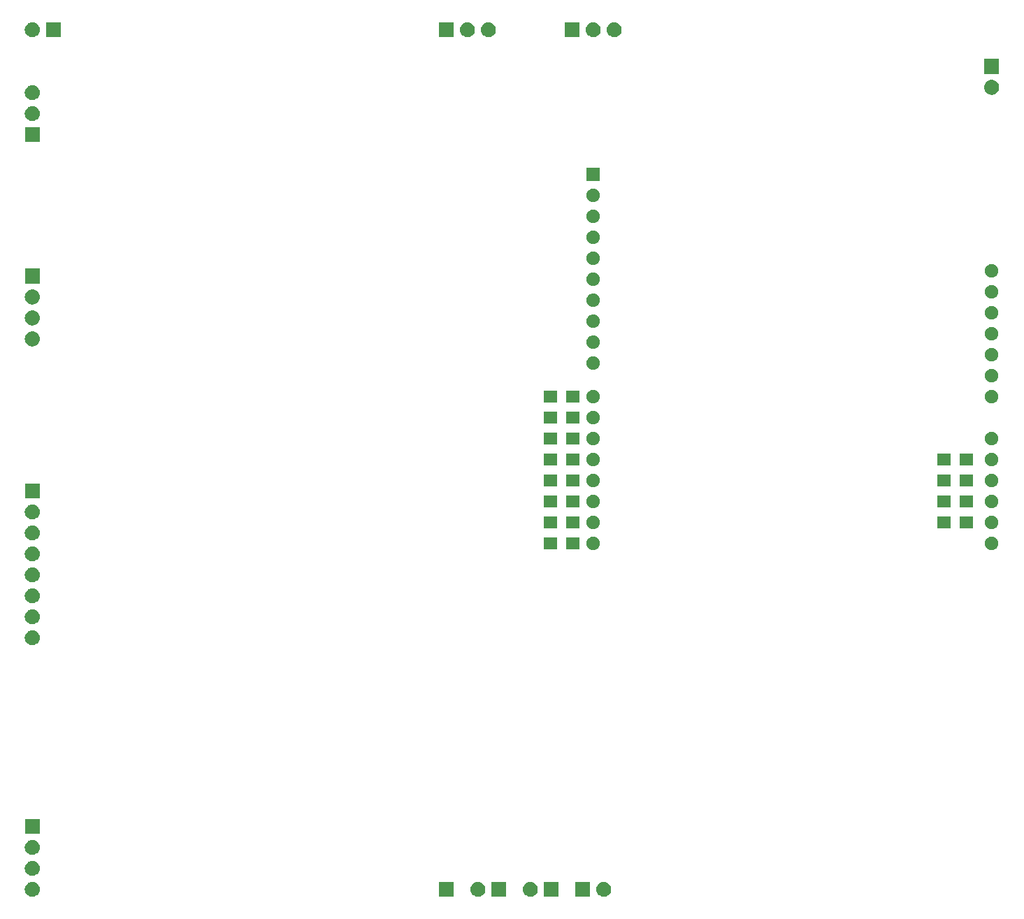
<source format=gbr>
G04 #@! TF.GenerationSoftware,KiCad,Pcbnew,(5.0.1)-3*
G04 #@! TF.CreationDate,2019-12-19T09:37:47+04:00*
G04 #@! TF.ProjectId,Roboarm,526F626F61726D2E6B696361645F7063,rev?*
G04 #@! TF.SameCoordinates,Original*
G04 #@! TF.FileFunction,Soldermask,Bot*
G04 #@! TF.FilePolarity,Negative*
%FSLAX46Y46*%
G04 Gerber Fmt 4.6, Leading zero omitted, Abs format (unit mm)*
G04 Created by KiCad (PCBNEW (5.0.1)-3) date 19.12.2019 09:37:47*
%MOMM*%
%LPD*%
G01*
G04 APERTURE LIST*
%ADD10C,0.100000*%
G04 APERTURE END LIST*
D10*
G36*
X129171000Y-145681000D02*
X127369000Y-145681000D01*
X127369000Y-143879000D01*
X129171000Y-143879000D01*
X129171000Y-145681000D01*
X129171000Y-145681000D01*
G37*
G36*
X145681000Y-145681000D02*
X143879000Y-145681000D01*
X143879000Y-143879000D01*
X145681000Y-143879000D01*
X145681000Y-145681000D01*
X145681000Y-145681000D01*
G37*
G36*
X138540443Y-143885519D02*
X138606627Y-143892037D01*
X138719853Y-143926384D01*
X138776467Y-143943557D01*
X138915087Y-144017652D01*
X138932991Y-144027222D01*
X138968729Y-144056552D01*
X139070186Y-144139814D01*
X139153448Y-144241271D01*
X139182778Y-144277009D01*
X139182779Y-144277011D01*
X139266443Y-144433533D01*
X139266443Y-144433534D01*
X139317963Y-144603373D01*
X139335359Y-144780000D01*
X139317963Y-144956627D01*
X139283616Y-145069853D01*
X139266443Y-145126467D01*
X139192348Y-145265087D01*
X139182778Y-145282991D01*
X139153448Y-145318729D01*
X139070186Y-145420186D01*
X138968729Y-145503448D01*
X138932991Y-145532778D01*
X138932989Y-145532779D01*
X138776467Y-145616443D01*
X138719853Y-145633616D01*
X138606627Y-145667963D01*
X138540443Y-145674481D01*
X138474260Y-145681000D01*
X138385740Y-145681000D01*
X138319557Y-145674481D01*
X138253373Y-145667963D01*
X138140147Y-145633616D01*
X138083533Y-145616443D01*
X137927011Y-145532779D01*
X137927009Y-145532778D01*
X137891271Y-145503448D01*
X137789814Y-145420186D01*
X137706552Y-145318729D01*
X137677222Y-145282991D01*
X137667652Y-145265087D01*
X137593557Y-145126467D01*
X137576384Y-145069853D01*
X137542037Y-144956627D01*
X137524641Y-144780000D01*
X137542037Y-144603373D01*
X137593557Y-144433534D01*
X137593557Y-144433533D01*
X137677221Y-144277011D01*
X137677222Y-144277009D01*
X137706552Y-144241271D01*
X137789814Y-144139814D01*
X137891271Y-144056552D01*
X137927009Y-144027222D01*
X137944913Y-144017652D01*
X138083533Y-143943557D01*
X138140147Y-143926384D01*
X138253373Y-143892037D01*
X138319557Y-143885519D01*
X138385740Y-143879000D01*
X138474260Y-143879000D01*
X138540443Y-143885519D01*
X138540443Y-143885519D01*
G37*
G36*
X141871000Y-145681000D02*
X140069000Y-145681000D01*
X140069000Y-143879000D01*
X141871000Y-143879000D01*
X141871000Y-145681000D01*
X141871000Y-145681000D01*
G37*
G36*
X132190443Y-143885519D02*
X132256627Y-143892037D01*
X132369853Y-143926384D01*
X132426467Y-143943557D01*
X132565087Y-144017652D01*
X132582991Y-144027222D01*
X132618729Y-144056552D01*
X132720186Y-144139814D01*
X132803448Y-144241271D01*
X132832778Y-144277009D01*
X132832779Y-144277011D01*
X132916443Y-144433533D01*
X132916443Y-144433534D01*
X132967963Y-144603373D01*
X132985359Y-144780000D01*
X132967963Y-144956627D01*
X132933616Y-145069853D01*
X132916443Y-145126467D01*
X132842348Y-145265087D01*
X132832778Y-145282991D01*
X132803448Y-145318729D01*
X132720186Y-145420186D01*
X132618729Y-145503448D01*
X132582991Y-145532778D01*
X132582989Y-145532779D01*
X132426467Y-145616443D01*
X132369853Y-145633616D01*
X132256627Y-145667963D01*
X132190443Y-145674481D01*
X132124260Y-145681000D01*
X132035740Y-145681000D01*
X131969557Y-145674481D01*
X131903373Y-145667963D01*
X131790147Y-145633616D01*
X131733533Y-145616443D01*
X131577011Y-145532779D01*
X131577009Y-145532778D01*
X131541271Y-145503448D01*
X131439814Y-145420186D01*
X131356552Y-145318729D01*
X131327222Y-145282991D01*
X131317652Y-145265087D01*
X131243557Y-145126467D01*
X131226384Y-145069853D01*
X131192037Y-144956627D01*
X131174641Y-144780000D01*
X131192037Y-144603373D01*
X131243557Y-144433534D01*
X131243557Y-144433533D01*
X131327221Y-144277011D01*
X131327222Y-144277009D01*
X131356552Y-144241271D01*
X131439814Y-144139814D01*
X131541271Y-144056552D01*
X131577009Y-144027222D01*
X131594913Y-144017652D01*
X131733533Y-143943557D01*
X131790147Y-143926384D01*
X131903373Y-143892037D01*
X131969557Y-143885519D01*
X132035740Y-143879000D01*
X132124260Y-143879000D01*
X132190443Y-143885519D01*
X132190443Y-143885519D01*
G37*
G36*
X78215443Y-143885519D02*
X78281627Y-143892037D01*
X78394853Y-143926384D01*
X78451467Y-143943557D01*
X78590087Y-144017652D01*
X78607991Y-144027222D01*
X78643729Y-144056552D01*
X78745186Y-144139814D01*
X78828448Y-144241271D01*
X78857778Y-144277009D01*
X78857779Y-144277011D01*
X78941443Y-144433533D01*
X78941443Y-144433534D01*
X78992963Y-144603373D01*
X79010359Y-144780000D01*
X78992963Y-144956627D01*
X78958616Y-145069853D01*
X78941443Y-145126467D01*
X78867348Y-145265087D01*
X78857778Y-145282991D01*
X78828448Y-145318729D01*
X78745186Y-145420186D01*
X78643729Y-145503448D01*
X78607991Y-145532778D01*
X78607989Y-145532779D01*
X78451467Y-145616443D01*
X78394853Y-145633616D01*
X78281627Y-145667963D01*
X78215443Y-145674481D01*
X78149260Y-145681000D01*
X78060740Y-145681000D01*
X77994557Y-145674481D01*
X77928373Y-145667963D01*
X77815147Y-145633616D01*
X77758533Y-145616443D01*
X77602011Y-145532779D01*
X77602009Y-145532778D01*
X77566271Y-145503448D01*
X77464814Y-145420186D01*
X77381552Y-145318729D01*
X77352222Y-145282991D01*
X77342652Y-145265087D01*
X77268557Y-145126467D01*
X77251384Y-145069853D01*
X77217037Y-144956627D01*
X77199641Y-144780000D01*
X77217037Y-144603373D01*
X77268557Y-144433534D01*
X77268557Y-144433533D01*
X77352221Y-144277011D01*
X77352222Y-144277009D01*
X77381552Y-144241271D01*
X77464814Y-144139814D01*
X77566271Y-144056552D01*
X77602009Y-144027222D01*
X77619913Y-144017652D01*
X77758533Y-143943557D01*
X77815147Y-143926384D01*
X77928373Y-143892037D01*
X77994557Y-143885519D01*
X78060740Y-143879000D01*
X78149260Y-143879000D01*
X78215443Y-143885519D01*
X78215443Y-143885519D01*
G37*
G36*
X135521000Y-145681000D02*
X133719000Y-145681000D01*
X133719000Y-143879000D01*
X135521000Y-143879000D01*
X135521000Y-145681000D01*
X135521000Y-145681000D01*
G37*
G36*
X147430443Y-143885519D02*
X147496627Y-143892037D01*
X147609853Y-143926384D01*
X147666467Y-143943557D01*
X147805087Y-144017652D01*
X147822991Y-144027222D01*
X147858729Y-144056552D01*
X147960186Y-144139814D01*
X148043448Y-144241271D01*
X148072778Y-144277009D01*
X148072779Y-144277011D01*
X148156443Y-144433533D01*
X148156443Y-144433534D01*
X148207963Y-144603373D01*
X148225359Y-144780000D01*
X148207963Y-144956627D01*
X148173616Y-145069853D01*
X148156443Y-145126467D01*
X148082348Y-145265087D01*
X148072778Y-145282991D01*
X148043448Y-145318729D01*
X147960186Y-145420186D01*
X147858729Y-145503448D01*
X147822991Y-145532778D01*
X147822989Y-145532779D01*
X147666467Y-145616443D01*
X147609853Y-145633616D01*
X147496627Y-145667963D01*
X147430443Y-145674481D01*
X147364260Y-145681000D01*
X147275740Y-145681000D01*
X147209557Y-145674481D01*
X147143373Y-145667963D01*
X147030147Y-145633616D01*
X146973533Y-145616443D01*
X146817011Y-145532779D01*
X146817009Y-145532778D01*
X146781271Y-145503448D01*
X146679814Y-145420186D01*
X146596552Y-145318729D01*
X146567222Y-145282991D01*
X146557652Y-145265087D01*
X146483557Y-145126467D01*
X146466384Y-145069853D01*
X146432037Y-144956627D01*
X146414641Y-144780000D01*
X146432037Y-144603373D01*
X146483557Y-144433534D01*
X146483557Y-144433533D01*
X146567221Y-144277011D01*
X146567222Y-144277009D01*
X146596552Y-144241271D01*
X146679814Y-144139814D01*
X146781271Y-144056552D01*
X146817009Y-144027222D01*
X146834913Y-144017652D01*
X146973533Y-143943557D01*
X147030147Y-143926384D01*
X147143373Y-143892037D01*
X147209557Y-143885519D01*
X147275740Y-143879000D01*
X147364260Y-143879000D01*
X147430443Y-143885519D01*
X147430443Y-143885519D01*
G37*
G36*
X78215442Y-141345518D02*
X78281627Y-141352037D01*
X78394853Y-141386384D01*
X78451467Y-141403557D01*
X78590087Y-141477652D01*
X78607991Y-141487222D01*
X78643729Y-141516552D01*
X78745186Y-141599814D01*
X78828448Y-141701271D01*
X78857778Y-141737009D01*
X78857779Y-141737011D01*
X78941443Y-141893533D01*
X78941443Y-141893534D01*
X78992963Y-142063373D01*
X79010359Y-142240000D01*
X78992963Y-142416627D01*
X78958616Y-142529853D01*
X78941443Y-142586467D01*
X78867348Y-142725087D01*
X78857778Y-142742991D01*
X78828448Y-142778729D01*
X78745186Y-142880186D01*
X78643729Y-142963448D01*
X78607991Y-142992778D01*
X78607989Y-142992779D01*
X78451467Y-143076443D01*
X78394853Y-143093616D01*
X78281627Y-143127963D01*
X78215443Y-143134481D01*
X78149260Y-143141000D01*
X78060740Y-143141000D01*
X77994557Y-143134481D01*
X77928373Y-143127963D01*
X77815147Y-143093616D01*
X77758533Y-143076443D01*
X77602011Y-142992779D01*
X77602009Y-142992778D01*
X77566271Y-142963448D01*
X77464814Y-142880186D01*
X77381552Y-142778729D01*
X77352222Y-142742991D01*
X77342652Y-142725087D01*
X77268557Y-142586467D01*
X77251384Y-142529853D01*
X77217037Y-142416627D01*
X77199641Y-142240000D01*
X77217037Y-142063373D01*
X77268557Y-141893534D01*
X77268557Y-141893533D01*
X77352221Y-141737011D01*
X77352222Y-141737009D01*
X77381552Y-141701271D01*
X77464814Y-141599814D01*
X77566271Y-141516552D01*
X77602009Y-141487222D01*
X77619913Y-141477652D01*
X77758533Y-141403557D01*
X77815147Y-141386384D01*
X77928373Y-141352037D01*
X77994558Y-141345518D01*
X78060740Y-141339000D01*
X78149260Y-141339000D01*
X78215442Y-141345518D01*
X78215442Y-141345518D01*
G37*
G36*
X78215442Y-138805518D02*
X78281627Y-138812037D01*
X78394853Y-138846384D01*
X78451467Y-138863557D01*
X78590087Y-138937652D01*
X78607991Y-138947222D01*
X78643729Y-138976552D01*
X78745186Y-139059814D01*
X78828448Y-139161271D01*
X78857778Y-139197009D01*
X78857779Y-139197011D01*
X78941443Y-139353533D01*
X78941443Y-139353534D01*
X78992963Y-139523373D01*
X79010359Y-139700000D01*
X78992963Y-139876627D01*
X78958616Y-139989853D01*
X78941443Y-140046467D01*
X78867348Y-140185087D01*
X78857778Y-140202991D01*
X78828448Y-140238729D01*
X78745186Y-140340186D01*
X78643729Y-140423448D01*
X78607991Y-140452778D01*
X78607989Y-140452779D01*
X78451467Y-140536443D01*
X78394853Y-140553616D01*
X78281627Y-140587963D01*
X78215442Y-140594482D01*
X78149260Y-140601000D01*
X78060740Y-140601000D01*
X77994558Y-140594482D01*
X77928373Y-140587963D01*
X77815147Y-140553616D01*
X77758533Y-140536443D01*
X77602011Y-140452779D01*
X77602009Y-140452778D01*
X77566271Y-140423448D01*
X77464814Y-140340186D01*
X77381552Y-140238729D01*
X77352222Y-140202991D01*
X77342652Y-140185087D01*
X77268557Y-140046467D01*
X77251384Y-139989853D01*
X77217037Y-139876627D01*
X77199641Y-139700000D01*
X77217037Y-139523373D01*
X77268557Y-139353534D01*
X77268557Y-139353533D01*
X77352221Y-139197011D01*
X77352222Y-139197009D01*
X77381552Y-139161271D01*
X77464814Y-139059814D01*
X77566271Y-138976552D01*
X77602009Y-138947222D01*
X77619913Y-138937652D01*
X77758533Y-138863557D01*
X77815147Y-138846384D01*
X77928373Y-138812037D01*
X77994558Y-138805518D01*
X78060740Y-138799000D01*
X78149260Y-138799000D01*
X78215442Y-138805518D01*
X78215442Y-138805518D01*
G37*
G36*
X79006000Y-138061000D02*
X77204000Y-138061000D01*
X77204000Y-136259000D01*
X79006000Y-136259000D01*
X79006000Y-138061000D01*
X79006000Y-138061000D01*
G37*
G36*
X78215443Y-113405519D02*
X78281627Y-113412037D01*
X78394853Y-113446384D01*
X78451467Y-113463557D01*
X78590087Y-113537652D01*
X78607991Y-113547222D01*
X78643729Y-113576552D01*
X78745186Y-113659814D01*
X78828448Y-113761271D01*
X78857778Y-113797009D01*
X78857779Y-113797011D01*
X78941443Y-113953533D01*
X78941443Y-113953534D01*
X78992963Y-114123373D01*
X79010359Y-114300000D01*
X78992963Y-114476627D01*
X78958616Y-114589853D01*
X78941443Y-114646467D01*
X78867348Y-114785087D01*
X78857778Y-114802991D01*
X78828448Y-114838729D01*
X78745186Y-114940186D01*
X78643729Y-115023448D01*
X78607991Y-115052778D01*
X78607989Y-115052779D01*
X78451467Y-115136443D01*
X78394853Y-115153616D01*
X78281627Y-115187963D01*
X78215442Y-115194482D01*
X78149260Y-115201000D01*
X78060740Y-115201000D01*
X77994558Y-115194482D01*
X77928373Y-115187963D01*
X77815147Y-115153616D01*
X77758533Y-115136443D01*
X77602011Y-115052779D01*
X77602009Y-115052778D01*
X77566271Y-115023448D01*
X77464814Y-114940186D01*
X77381552Y-114838729D01*
X77352222Y-114802991D01*
X77342652Y-114785087D01*
X77268557Y-114646467D01*
X77251384Y-114589853D01*
X77217037Y-114476627D01*
X77199641Y-114300000D01*
X77217037Y-114123373D01*
X77268557Y-113953534D01*
X77268557Y-113953533D01*
X77352221Y-113797011D01*
X77352222Y-113797009D01*
X77381552Y-113761271D01*
X77464814Y-113659814D01*
X77566271Y-113576552D01*
X77602009Y-113547222D01*
X77619913Y-113537652D01*
X77758533Y-113463557D01*
X77815147Y-113446384D01*
X77928373Y-113412037D01*
X77994557Y-113405519D01*
X78060740Y-113399000D01*
X78149260Y-113399000D01*
X78215443Y-113405519D01*
X78215443Y-113405519D01*
G37*
G36*
X78215442Y-110865518D02*
X78281627Y-110872037D01*
X78394853Y-110906384D01*
X78451467Y-110923557D01*
X78590087Y-110997652D01*
X78607991Y-111007222D01*
X78643729Y-111036552D01*
X78745186Y-111119814D01*
X78828448Y-111221271D01*
X78857778Y-111257009D01*
X78857779Y-111257011D01*
X78941443Y-111413533D01*
X78941443Y-111413534D01*
X78992963Y-111583373D01*
X79010359Y-111760000D01*
X78992963Y-111936627D01*
X78958616Y-112049853D01*
X78941443Y-112106467D01*
X78867348Y-112245087D01*
X78857778Y-112262991D01*
X78828448Y-112298729D01*
X78745186Y-112400186D01*
X78643729Y-112483448D01*
X78607991Y-112512778D01*
X78607989Y-112512779D01*
X78451467Y-112596443D01*
X78394853Y-112613616D01*
X78281627Y-112647963D01*
X78215442Y-112654482D01*
X78149260Y-112661000D01*
X78060740Y-112661000D01*
X77994558Y-112654482D01*
X77928373Y-112647963D01*
X77815147Y-112613616D01*
X77758533Y-112596443D01*
X77602011Y-112512779D01*
X77602009Y-112512778D01*
X77566271Y-112483448D01*
X77464814Y-112400186D01*
X77381552Y-112298729D01*
X77352222Y-112262991D01*
X77342652Y-112245087D01*
X77268557Y-112106467D01*
X77251384Y-112049853D01*
X77217037Y-111936627D01*
X77199641Y-111760000D01*
X77217037Y-111583373D01*
X77268557Y-111413534D01*
X77268557Y-111413533D01*
X77352221Y-111257011D01*
X77352222Y-111257009D01*
X77381552Y-111221271D01*
X77464814Y-111119814D01*
X77566271Y-111036552D01*
X77602009Y-111007222D01*
X77619913Y-110997652D01*
X77758533Y-110923557D01*
X77815147Y-110906384D01*
X77928373Y-110872037D01*
X77994558Y-110865518D01*
X78060740Y-110859000D01*
X78149260Y-110859000D01*
X78215442Y-110865518D01*
X78215442Y-110865518D01*
G37*
G36*
X78215443Y-108325519D02*
X78281627Y-108332037D01*
X78394853Y-108366384D01*
X78451467Y-108383557D01*
X78590087Y-108457652D01*
X78607991Y-108467222D01*
X78643729Y-108496552D01*
X78745186Y-108579814D01*
X78828448Y-108681271D01*
X78857778Y-108717009D01*
X78857779Y-108717011D01*
X78941443Y-108873533D01*
X78941443Y-108873534D01*
X78992963Y-109043373D01*
X79010359Y-109220000D01*
X78992963Y-109396627D01*
X78958616Y-109509853D01*
X78941443Y-109566467D01*
X78867348Y-109705087D01*
X78857778Y-109722991D01*
X78828448Y-109758729D01*
X78745186Y-109860186D01*
X78643729Y-109943448D01*
X78607991Y-109972778D01*
X78607989Y-109972779D01*
X78451467Y-110056443D01*
X78394853Y-110073616D01*
X78281627Y-110107963D01*
X78215443Y-110114481D01*
X78149260Y-110121000D01*
X78060740Y-110121000D01*
X77994557Y-110114481D01*
X77928373Y-110107963D01*
X77815147Y-110073616D01*
X77758533Y-110056443D01*
X77602011Y-109972779D01*
X77602009Y-109972778D01*
X77566271Y-109943448D01*
X77464814Y-109860186D01*
X77381552Y-109758729D01*
X77352222Y-109722991D01*
X77342652Y-109705087D01*
X77268557Y-109566467D01*
X77251384Y-109509853D01*
X77217037Y-109396627D01*
X77199641Y-109220000D01*
X77217037Y-109043373D01*
X77268557Y-108873534D01*
X77268557Y-108873533D01*
X77352221Y-108717011D01*
X77352222Y-108717009D01*
X77381552Y-108681271D01*
X77464814Y-108579814D01*
X77566271Y-108496552D01*
X77602009Y-108467222D01*
X77619913Y-108457652D01*
X77758533Y-108383557D01*
X77815147Y-108366384D01*
X77928373Y-108332037D01*
X77994557Y-108325519D01*
X78060740Y-108319000D01*
X78149260Y-108319000D01*
X78215443Y-108325519D01*
X78215443Y-108325519D01*
G37*
G36*
X78215443Y-105785519D02*
X78281627Y-105792037D01*
X78394853Y-105826384D01*
X78451467Y-105843557D01*
X78590087Y-105917652D01*
X78607991Y-105927222D01*
X78643729Y-105956552D01*
X78745186Y-106039814D01*
X78828448Y-106141271D01*
X78857778Y-106177009D01*
X78857779Y-106177011D01*
X78941443Y-106333533D01*
X78941443Y-106333534D01*
X78992963Y-106503373D01*
X79010359Y-106680000D01*
X78992963Y-106856627D01*
X78958616Y-106969853D01*
X78941443Y-107026467D01*
X78867348Y-107165087D01*
X78857778Y-107182991D01*
X78828448Y-107218729D01*
X78745186Y-107320186D01*
X78643729Y-107403448D01*
X78607991Y-107432778D01*
X78607989Y-107432779D01*
X78451467Y-107516443D01*
X78394853Y-107533616D01*
X78281627Y-107567963D01*
X78215443Y-107574481D01*
X78149260Y-107581000D01*
X78060740Y-107581000D01*
X77994557Y-107574481D01*
X77928373Y-107567963D01*
X77815147Y-107533616D01*
X77758533Y-107516443D01*
X77602011Y-107432779D01*
X77602009Y-107432778D01*
X77566271Y-107403448D01*
X77464814Y-107320186D01*
X77381552Y-107218729D01*
X77352222Y-107182991D01*
X77342652Y-107165087D01*
X77268557Y-107026467D01*
X77251384Y-106969853D01*
X77217037Y-106856627D01*
X77199641Y-106680000D01*
X77217037Y-106503373D01*
X77268557Y-106333534D01*
X77268557Y-106333533D01*
X77352221Y-106177011D01*
X77352222Y-106177009D01*
X77381552Y-106141271D01*
X77464814Y-106039814D01*
X77566271Y-105956552D01*
X77602009Y-105927222D01*
X77619913Y-105917652D01*
X77758533Y-105843557D01*
X77815147Y-105826384D01*
X77928373Y-105792037D01*
X77994557Y-105785519D01*
X78060740Y-105779000D01*
X78149260Y-105779000D01*
X78215443Y-105785519D01*
X78215443Y-105785519D01*
G37*
G36*
X78215443Y-103245519D02*
X78281627Y-103252037D01*
X78394853Y-103286384D01*
X78451467Y-103303557D01*
X78590087Y-103377652D01*
X78607991Y-103387222D01*
X78609253Y-103388258D01*
X78745186Y-103499814D01*
X78819584Y-103590470D01*
X78857778Y-103637009D01*
X78857779Y-103637011D01*
X78941443Y-103793533D01*
X78941443Y-103793534D01*
X78992963Y-103963373D01*
X79010359Y-104140000D01*
X78992963Y-104316627D01*
X78958616Y-104429853D01*
X78941443Y-104486467D01*
X78867348Y-104625087D01*
X78857778Y-104642991D01*
X78828448Y-104678729D01*
X78745186Y-104780186D01*
X78643729Y-104863448D01*
X78607991Y-104892778D01*
X78607989Y-104892779D01*
X78451467Y-104976443D01*
X78394853Y-104993616D01*
X78281627Y-105027963D01*
X78215442Y-105034482D01*
X78149260Y-105041000D01*
X78060740Y-105041000D01*
X77994557Y-105034481D01*
X77928373Y-105027963D01*
X77815147Y-104993616D01*
X77758533Y-104976443D01*
X77602011Y-104892779D01*
X77602009Y-104892778D01*
X77566271Y-104863448D01*
X77464814Y-104780186D01*
X77381552Y-104678729D01*
X77352222Y-104642991D01*
X77342652Y-104625087D01*
X77268557Y-104486467D01*
X77251384Y-104429853D01*
X77217037Y-104316627D01*
X77199641Y-104140000D01*
X77217037Y-103963373D01*
X77268557Y-103793534D01*
X77268557Y-103793533D01*
X77352221Y-103637011D01*
X77352222Y-103637009D01*
X77390416Y-103590470D01*
X77464814Y-103499814D01*
X77600747Y-103388258D01*
X77602009Y-103387222D01*
X77619913Y-103377652D01*
X77758533Y-103303557D01*
X77815147Y-103286384D01*
X77928373Y-103252037D01*
X77994558Y-103245518D01*
X78060740Y-103239000D01*
X78149260Y-103239000D01*
X78215443Y-103245519D01*
X78215443Y-103245519D01*
G37*
G36*
X194547142Y-102088242D02*
X194695102Y-102149530D01*
X194724241Y-102169000D01*
X194828257Y-102238501D01*
X194941499Y-102351743D01*
X194942191Y-102352779D01*
X195030470Y-102484898D01*
X195091758Y-102632858D01*
X195123000Y-102789925D01*
X195123000Y-102950075D01*
X195091758Y-103107142D01*
X195044354Y-103221583D01*
X195030471Y-103255100D01*
X194942191Y-103387222D01*
X194941498Y-103388258D01*
X194828258Y-103501498D01*
X194695102Y-103590470D01*
X194547142Y-103651758D01*
X194390075Y-103683000D01*
X194229925Y-103683000D01*
X194072858Y-103651758D01*
X193924898Y-103590470D01*
X193791742Y-103501498D01*
X193678502Y-103388258D01*
X193677810Y-103387222D01*
X193589529Y-103255100D01*
X193575646Y-103221583D01*
X193528242Y-103107142D01*
X193497000Y-102950075D01*
X193497000Y-102789925D01*
X193528242Y-102632858D01*
X193589530Y-102484898D01*
X193677809Y-102352779D01*
X193678501Y-102351743D01*
X193791743Y-102238501D01*
X193895759Y-102169000D01*
X193924898Y-102149530D01*
X194072858Y-102088242D01*
X194229925Y-102057000D01*
X194390075Y-102057000D01*
X194547142Y-102088242D01*
X194547142Y-102088242D01*
G37*
G36*
X146287142Y-102088242D02*
X146435102Y-102149530D01*
X146464241Y-102169000D01*
X146568257Y-102238501D01*
X146681499Y-102351743D01*
X146682191Y-102352779D01*
X146770470Y-102484898D01*
X146831758Y-102632858D01*
X146863000Y-102789925D01*
X146863000Y-102950075D01*
X146831758Y-103107142D01*
X146784354Y-103221583D01*
X146770471Y-103255100D01*
X146682191Y-103387222D01*
X146681498Y-103388258D01*
X146568258Y-103501498D01*
X146435102Y-103590470D01*
X146287142Y-103651758D01*
X146130075Y-103683000D01*
X145969925Y-103683000D01*
X145812858Y-103651758D01*
X145664898Y-103590470D01*
X145531742Y-103501498D01*
X145418502Y-103388258D01*
X145417810Y-103387222D01*
X145329529Y-103255100D01*
X145315646Y-103221583D01*
X145268242Y-103107142D01*
X145237000Y-102950075D01*
X145237000Y-102789925D01*
X145268242Y-102632858D01*
X145329530Y-102484898D01*
X145417809Y-102352779D01*
X145418501Y-102351743D01*
X145531743Y-102238501D01*
X145635759Y-102169000D01*
X145664898Y-102149530D01*
X145812858Y-102088242D01*
X145969925Y-102057000D01*
X146130075Y-102057000D01*
X146287142Y-102088242D01*
X146287142Y-102088242D01*
G37*
G36*
X144391000Y-103571000D02*
X142789000Y-103571000D01*
X142789000Y-102169000D01*
X144391000Y-102169000D01*
X144391000Y-103571000D01*
X144391000Y-103571000D01*
G37*
G36*
X141691000Y-103571000D02*
X140089000Y-103571000D01*
X140089000Y-102169000D01*
X141691000Y-102169000D01*
X141691000Y-103571000D01*
X141691000Y-103571000D01*
G37*
G36*
X78215443Y-100705519D02*
X78281627Y-100712037D01*
X78394853Y-100746384D01*
X78451467Y-100763557D01*
X78590087Y-100837652D01*
X78607991Y-100847222D01*
X78609253Y-100848258D01*
X78745186Y-100959814D01*
X78819584Y-101050470D01*
X78857778Y-101097009D01*
X78857779Y-101097011D01*
X78941443Y-101253533D01*
X78941443Y-101253534D01*
X78992963Y-101423373D01*
X79010359Y-101600000D01*
X78992963Y-101776627D01*
X78958616Y-101889853D01*
X78941443Y-101946467D01*
X78882361Y-102057000D01*
X78857778Y-102102991D01*
X78828448Y-102138729D01*
X78745186Y-102240186D01*
X78643729Y-102323448D01*
X78607991Y-102352778D01*
X78607989Y-102352779D01*
X78451467Y-102436443D01*
X78394853Y-102453616D01*
X78281627Y-102487963D01*
X78215442Y-102494482D01*
X78149260Y-102501000D01*
X78060740Y-102501000D01*
X77994558Y-102494482D01*
X77928373Y-102487963D01*
X77815147Y-102453616D01*
X77758533Y-102436443D01*
X77602011Y-102352779D01*
X77602009Y-102352778D01*
X77566271Y-102323448D01*
X77464814Y-102240186D01*
X77381552Y-102138729D01*
X77352222Y-102102991D01*
X77327639Y-102057000D01*
X77268557Y-101946467D01*
X77251384Y-101889853D01*
X77217037Y-101776627D01*
X77199641Y-101600000D01*
X77217037Y-101423373D01*
X77268557Y-101253534D01*
X77268557Y-101253533D01*
X77352221Y-101097011D01*
X77352222Y-101097009D01*
X77390416Y-101050470D01*
X77464814Y-100959814D01*
X77600747Y-100848258D01*
X77602009Y-100847222D01*
X77619913Y-100837652D01*
X77758533Y-100763557D01*
X77815147Y-100746384D01*
X77928373Y-100712037D01*
X77994557Y-100705519D01*
X78060740Y-100699000D01*
X78149260Y-100699000D01*
X78215443Y-100705519D01*
X78215443Y-100705519D01*
G37*
G36*
X194547142Y-99548242D02*
X194695102Y-99609530D01*
X194724241Y-99629000D01*
X194828257Y-99698501D01*
X194941499Y-99811743D01*
X194942191Y-99812779D01*
X195030470Y-99944898D01*
X195091758Y-100092858D01*
X195123000Y-100249925D01*
X195123000Y-100410075D01*
X195091758Y-100567142D01*
X195044354Y-100681583D01*
X195030471Y-100715100D01*
X194942191Y-100847222D01*
X194941498Y-100848258D01*
X194828258Y-100961498D01*
X194695102Y-101050470D01*
X194547142Y-101111758D01*
X194390075Y-101143000D01*
X194229925Y-101143000D01*
X194072858Y-101111758D01*
X193924898Y-101050470D01*
X193791742Y-100961498D01*
X193678502Y-100848258D01*
X193677810Y-100847222D01*
X193589529Y-100715100D01*
X193575646Y-100681583D01*
X193528242Y-100567142D01*
X193497000Y-100410075D01*
X193497000Y-100249925D01*
X193528242Y-100092858D01*
X193589530Y-99944898D01*
X193677809Y-99812779D01*
X193678501Y-99811743D01*
X193791743Y-99698501D01*
X193895759Y-99629000D01*
X193924898Y-99609530D01*
X194072858Y-99548242D01*
X194229925Y-99517000D01*
X194390075Y-99517000D01*
X194547142Y-99548242D01*
X194547142Y-99548242D01*
G37*
G36*
X146287142Y-99548242D02*
X146435102Y-99609530D01*
X146464241Y-99629000D01*
X146568257Y-99698501D01*
X146681499Y-99811743D01*
X146682191Y-99812779D01*
X146770470Y-99944898D01*
X146831758Y-100092858D01*
X146863000Y-100249925D01*
X146863000Y-100410075D01*
X146831758Y-100567142D01*
X146784354Y-100681583D01*
X146770471Y-100715100D01*
X146682191Y-100847222D01*
X146681498Y-100848258D01*
X146568258Y-100961498D01*
X146435102Y-101050470D01*
X146287142Y-101111758D01*
X146130075Y-101143000D01*
X145969925Y-101143000D01*
X145812858Y-101111758D01*
X145664898Y-101050470D01*
X145531742Y-100961498D01*
X145418502Y-100848258D01*
X145417810Y-100847222D01*
X145329529Y-100715100D01*
X145315646Y-100681583D01*
X145268242Y-100567142D01*
X145237000Y-100410075D01*
X145237000Y-100249925D01*
X145268242Y-100092858D01*
X145329530Y-99944898D01*
X145417809Y-99812779D01*
X145418501Y-99811743D01*
X145531743Y-99698501D01*
X145635759Y-99629000D01*
X145664898Y-99609530D01*
X145812858Y-99548242D01*
X145969925Y-99517000D01*
X146130075Y-99517000D01*
X146287142Y-99548242D01*
X146287142Y-99548242D01*
G37*
G36*
X144391000Y-101031000D02*
X142789000Y-101031000D01*
X142789000Y-99629000D01*
X144391000Y-99629000D01*
X144391000Y-101031000D01*
X144391000Y-101031000D01*
G37*
G36*
X141691000Y-101031000D02*
X140089000Y-101031000D01*
X140089000Y-99629000D01*
X141691000Y-99629000D01*
X141691000Y-101031000D01*
X141691000Y-101031000D01*
G37*
G36*
X192016000Y-101031000D02*
X190414000Y-101031000D01*
X190414000Y-99629000D01*
X192016000Y-99629000D01*
X192016000Y-101031000D01*
X192016000Y-101031000D01*
G37*
G36*
X189316000Y-101031000D02*
X187714000Y-101031000D01*
X187714000Y-99629000D01*
X189316000Y-99629000D01*
X189316000Y-101031000D01*
X189316000Y-101031000D01*
G37*
G36*
X78215443Y-98165519D02*
X78281627Y-98172037D01*
X78394853Y-98206384D01*
X78451467Y-98223557D01*
X78590087Y-98297652D01*
X78607991Y-98307222D01*
X78609253Y-98308258D01*
X78745186Y-98419814D01*
X78819584Y-98510470D01*
X78857778Y-98557009D01*
X78857779Y-98557011D01*
X78941443Y-98713533D01*
X78941443Y-98713534D01*
X78992963Y-98883373D01*
X79010359Y-99060000D01*
X78992963Y-99236627D01*
X78958616Y-99349853D01*
X78941443Y-99406467D01*
X78882361Y-99517000D01*
X78857778Y-99562991D01*
X78828448Y-99598729D01*
X78745186Y-99700186D01*
X78643729Y-99783448D01*
X78607991Y-99812778D01*
X78607989Y-99812779D01*
X78451467Y-99896443D01*
X78394853Y-99913616D01*
X78281627Y-99947963D01*
X78215443Y-99954481D01*
X78149260Y-99961000D01*
X78060740Y-99961000D01*
X77994557Y-99954481D01*
X77928373Y-99947963D01*
X77815147Y-99913616D01*
X77758533Y-99896443D01*
X77602011Y-99812779D01*
X77602009Y-99812778D01*
X77566271Y-99783448D01*
X77464814Y-99700186D01*
X77381552Y-99598729D01*
X77352222Y-99562991D01*
X77327639Y-99517000D01*
X77268557Y-99406467D01*
X77251384Y-99349853D01*
X77217037Y-99236627D01*
X77199641Y-99060000D01*
X77217037Y-98883373D01*
X77268557Y-98713534D01*
X77268557Y-98713533D01*
X77352221Y-98557011D01*
X77352222Y-98557009D01*
X77390416Y-98510470D01*
X77464814Y-98419814D01*
X77600747Y-98308258D01*
X77602009Y-98307222D01*
X77619913Y-98297652D01*
X77758533Y-98223557D01*
X77815147Y-98206384D01*
X77928373Y-98172037D01*
X77994557Y-98165519D01*
X78060740Y-98159000D01*
X78149260Y-98159000D01*
X78215443Y-98165519D01*
X78215443Y-98165519D01*
G37*
G36*
X146287142Y-97008242D02*
X146435102Y-97069530D01*
X146568258Y-97158502D01*
X146681498Y-97271742D01*
X146770470Y-97404898D01*
X146831758Y-97552858D01*
X146863000Y-97709925D01*
X146863000Y-97870075D01*
X146831758Y-98027142D01*
X146784354Y-98141583D01*
X146770471Y-98175100D01*
X146682191Y-98307222D01*
X146681498Y-98308258D01*
X146568258Y-98421498D01*
X146435102Y-98510470D01*
X146287142Y-98571758D01*
X146130075Y-98603000D01*
X145969925Y-98603000D01*
X145812858Y-98571758D01*
X145664898Y-98510470D01*
X145531742Y-98421498D01*
X145418502Y-98308258D01*
X145417810Y-98307222D01*
X145329529Y-98175100D01*
X145315646Y-98141583D01*
X145268242Y-98027142D01*
X145237000Y-97870075D01*
X145237000Y-97709925D01*
X145268242Y-97552858D01*
X145329530Y-97404898D01*
X145418502Y-97271742D01*
X145531742Y-97158502D01*
X145664898Y-97069530D01*
X145812858Y-97008242D01*
X145969925Y-96977000D01*
X146130075Y-96977000D01*
X146287142Y-97008242D01*
X146287142Y-97008242D01*
G37*
G36*
X194547142Y-97008242D02*
X194695102Y-97069530D01*
X194828258Y-97158502D01*
X194941498Y-97271742D01*
X195030470Y-97404898D01*
X195091758Y-97552858D01*
X195123000Y-97709925D01*
X195123000Y-97870075D01*
X195091758Y-98027142D01*
X195044354Y-98141583D01*
X195030471Y-98175100D01*
X194942191Y-98307222D01*
X194941498Y-98308258D01*
X194828258Y-98421498D01*
X194695102Y-98510470D01*
X194547142Y-98571758D01*
X194390075Y-98603000D01*
X194229925Y-98603000D01*
X194072858Y-98571758D01*
X193924898Y-98510470D01*
X193791742Y-98421498D01*
X193678502Y-98308258D01*
X193677810Y-98307222D01*
X193589529Y-98175100D01*
X193575646Y-98141583D01*
X193528242Y-98027142D01*
X193497000Y-97870075D01*
X193497000Y-97709925D01*
X193528242Y-97552858D01*
X193589530Y-97404898D01*
X193678502Y-97271742D01*
X193791742Y-97158502D01*
X193924898Y-97069530D01*
X194072858Y-97008242D01*
X194229925Y-96977000D01*
X194390075Y-96977000D01*
X194547142Y-97008242D01*
X194547142Y-97008242D01*
G37*
G36*
X144391000Y-98491000D02*
X142789000Y-98491000D01*
X142789000Y-97089000D01*
X144391000Y-97089000D01*
X144391000Y-98491000D01*
X144391000Y-98491000D01*
G37*
G36*
X141691000Y-98491000D02*
X140089000Y-98491000D01*
X140089000Y-97089000D01*
X141691000Y-97089000D01*
X141691000Y-98491000D01*
X141691000Y-98491000D01*
G37*
G36*
X189316000Y-98491000D02*
X187714000Y-98491000D01*
X187714000Y-97089000D01*
X189316000Y-97089000D01*
X189316000Y-98491000D01*
X189316000Y-98491000D01*
G37*
G36*
X192016000Y-98491000D02*
X190414000Y-98491000D01*
X190414000Y-97089000D01*
X192016000Y-97089000D01*
X192016000Y-98491000D01*
X192016000Y-98491000D01*
G37*
G36*
X79006000Y-97421000D02*
X77204000Y-97421000D01*
X77204000Y-95619000D01*
X79006000Y-95619000D01*
X79006000Y-97421000D01*
X79006000Y-97421000D01*
G37*
G36*
X194547142Y-94468242D02*
X194695102Y-94529530D01*
X194828258Y-94618502D01*
X194941498Y-94731742D01*
X195030470Y-94864898D01*
X195091758Y-95012858D01*
X195123000Y-95169925D01*
X195123000Y-95330075D01*
X195091758Y-95487142D01*
X195030470Y-95635102D01*
X194941498Y-95768258D01*
X194828258Y-95881498D01*
X194695102Y-95970470D01*
X194547142Y-96031758D01*
X194390075Y-96063000D01*
X194229925Y-96063000D01*
X194072858Y-96031758D01*
X193924898Y-95970470D01*
X193791742Y-95881498D01*
X193678502Y-95768258D01*
X193589530Y-95635102D01*
X193528242Y-95487142D01*
X193497000Y-95330075D01*
X193497000Y-95169925D01*
X193528242Y-95012858D01*
X193589530Y-94864898D01*
X193678502Y-94731742D01*
X193791742Y-94618502D01*
X193924898Y-94529530D01*
X194072858Y-94468242D01*
X194229925Y-94437000D01*
X194390075Y-94437000D01*
X194547142Y-94468242D01*
X194547142Y-94468242D01*
G37*
G36*
X146287142Y-94468242D02*
X146435102Y-94529530D01*
X146568258Y-94618502D01*
X146681498Y-94731742D01*
X146770470Y-94864898D01*
X146831758Y-95012858D01*
X146863000Y-95169925D01*
X146863000Y-95330075D01*
X146831758Y-95487142D01*
X146770470Y-95635102D01*
X146681498Y-95768258D01*
X146568258Y-95881498D01*
X146435102Y-95970470D01*
X146287142Y-96031758D01*
X146130075Y-96063000D01*
X145969925Y-96063000D01*
X145812858Y-96031758D01*
X145664898Y-95970470D01*
X145531742Y-95881498D01*
X145418502Y-95768258D01*
X145329530Y-95635102D01*
X145268242Y-95487142D01*
X145237000Y-95330075D01*
X145237000Y-95169925D01*
X145268242Y-95012858D01*
X145329530Y-94864898D01*
X145418502Y-94731742D01*
X145531742Y-94618502D01*
X145664898Y-94529530D01*
X145812858Y-94468242D01*
X145969925Y-94437000D01*
X146130075Y-94437000D01*
X146287142Y-94468242D01*
X146287142Y-94468242D01*
G37*
G36*
X144391000Y-95951000D02*
X142789000Y-95951000D01*
X142789000Y-94549000D01*
X144391000Y-94549000D01*
X144391000Y-95951000D01*
X144391000Y-95951000D01*
G37*
G36*
X141691000Y-95951000D02*
X140089000Y-95951000D01*
X140089000Y-94549000D01*
X141691000Y-94549000D01*
X141691000Y-95951000D01*
X141691000Y-95951000D01*
G37*
G36*
X189316000Y-95951000D02*
X187714000Y-95951000D01*
X187714000Y-94549000D01*
X189316000Y-94549000D01*
X189316000Y-95951000D01*
X189316000Y-95951000D01*
G37*
G36*
X192016000Y-95951000D02*
X190414000Y-95951000D01*
X190414000Y-94549000D01*
X192016000Y-94549000D01*
X192016000Y-95951000D01*
X192016000Y-95951000D01*
G37*
G36*
X146287142Y-91928242D02*
X146435102Y-91989530D01*
X146568258Y-92078502D01*
X146681498Y-92191742D01*
X146770470Y-92324898D01*
X146831758Y-92472858D01*
X146863000Y-92629925D01*
X146863000Y-92790075D01*
X146831758Y-92947142D01*
X146770470Y-93095102D01*
X146681498Y-93228258D01*
X146568258Y-93341498D01*
X146435102Y-93430470D01*
X146287142Y-93491758D01*
X146130075Y-93523000D01*
X145969925Y-93523000D01*
X145812858Y-93491758D01*
X145664898Y-93430470D01*
X145531742Y-93341498D01*
X145418502Y-93228258D01*
X145329530Y-93095102D01*
X145268242Y-92947142D01*
X145237000Y-92790075D01*
X145237000Y-92629925D01*
X145268242Y-92472858D01*
X145329530Y-92324898D01*
X145418502Y-92191742D01*
X145531742Y-92078502D01*
X145664898Y-91989530D01*
X145812858Y-91928242D01*
X145969925Y-91897000D01*
X146130075Y-91897000D01*
X146287142Y-91928242D01*
X146287142Y-91928242D01*
G37*
G36*
X194547142Y-91928242D02*
X194695102Y-91989530D01*
X194828258Y-92078502D01*
X194941498Y-92191742D01*
X195030470Y-92324898D01*
X195091758Y-92472858D01*
X195123000Y-92629925D01*
X195123000Y-92790075D01*
X195091758Y-92947142D01*
X195030470Y-93095102D01*
X194941498Y-93228258D01*
X194828258Y-93341498D01*
X194695102Y-93430470D01*
X194547142Y-93491758D01*
X194390075Y-93523000D01*
X194229925Y-93523000D01*
X194072858Y-93491758D01*
X193924898Y-93430470D01*
X193791742Y-93341498D01*
X193678502Y-93228258D01*
X193589530Y-93095102D01*
X193528242Y-92947142D01*
X193497000Y-92790075D01*
X193497000Y-92629925D01*
X193528242Y-92472858D01*
X193589530Y-92324898D01*
X193678502Y-92191742D01*
X193791742Y-92078502D01*
X193924898Y-91989530D01*
X194072858Y-91928242D01*
X194229925Y-91897000D01*
X194390075Y-91897000D01*
X194547142Y-91928242D01*
X194547142Y-91928242D01*
G37*
G36*
X141691000Y-93411000D02*
X140089000Y-93411000D01*
X140089000Y-92009000D01*
X141691000Y-92009000D01*
X141691000Y-93411000D01*
X141691000Y-93411000D01*
G37*
G36*
X192016000Y-93411000D02*
X190414000Y-93411000D01*
X190414000Y-92009000D01*
X192016000Y-92009000D01*
X192016000Y-93411000D01*
X192016000Y-93411000D01*
G37*
G36*
X144391000Y-93411000D02*
X142789000Y-93411000D01*
X142789000Y-92009000D01*
X144391000Y-92009000D01*
X144391000Y-93411000D01*
X144391000Y-93411000D01*
G37*
G36*
X189316000Y-93411000D02*
X187714000Y-93411000D01*
X187714000Y-92009000D01*
X189316000Y-92009000D01*
X189316000Y-93411000D01*
X189316000Y-93411000D01*
G37*
G36*
X194547142Y-89388242D02*
X194695102Y-89449530D01*
X194828258Y-89538502D01*
X194941498Y-89651742D01*
X195030470Y-89784898D01*
X195091758Y-89932858D01*
X195123000Y-90089925D01*
X195123000Y-90250075D01*
X195091758Y-90407142D01*
X195030470Y-90555102D01*
X194941498Y-90688258D01*
X194828258Y-90801498D01*
X194695102Y-90890470D01*
X194547142Y-90951758D01*
X194390075Y-90983000D01*
X194229925Y-90983000D01*
X194072858Y-90951758D01*
X193924898Y-90890470D01*
X193791742Y-90801498D01*
X193678502Y-90688258D01*
X193589530Y-90555102D01*
X193528242Y-90407142D01*
X193497000Y-90250075D01*
X193497000Y-90089925D01*
X193528242Y-89932858D01*
X193589530Y-89784898D01*
X193678502Y-89651742D01*
X193791742Y-89538502D01*
X193924898Y-89449530D01*
X194072858Y-89388242D01*
X194229925Y-89357000D01*
X194390075Y-89357000D01*
X194547142Y-89388242D01*
X194547142Y-89388242D01*
G37*
G36*
X146287142Y-89388242D02*
X146435102Y-89449530D01*
X146568258Y-89538502D01*
X146681498Y-89651742D01*
X146770470Y-89784898D01*
X146831758Y-89932858D01*
X146863000Y-90089925D01*
X146863000Y-90250075D01*
X146831758Y-90407142D01*
X146770470Y-90555102D01*
X146681498Y-90688258D01*
X146568258Y-90801498D01*
X146435102Y-90890470D01*
X146287142Y-90951758D01*
X146130075Y-90983000D01*
X145969925Y-90983000D01*
X145812858Y-90951758D01*
X145664898Y-90890470D01*
X145531742Y-90801498D01*
X145418502Y-90688258D01*
X145329530Y-90555102D01*
X145268242Y-90407142D01*
X145237000Y-90250075D01*
X145237000Y-90089925D01*
X145268242Y-89932858D01*
X145329530Y-89784898D01*
X145418502Y-89651742D01*
X145531742Y-89538502D01*
X145664898Y-89449530D01*
X145812858Y-89388242D01*
X145969925Y-89357000D01*
X146130075Y-89357000D01*
X146287142Y-89388242D01*
X146287142Y-89388242D01*
G37*
G36*
X141691000Y-90871000D02*
X140089000Y-90871000D01*
X140089000Y-89469000D01*
X141691000Y-89469000D01*
X141691000Y-90871000D01*
X141691000Y-90871000D01*
G37*
G36*
X144391000Y-90871000D02*
X142789000Y-90871000D01*
X142789000Y-89469000D01*
X144391000Y-89469000D01*
X144391000Y-90871000D01*
X144391000Y-90871000D01*
G37*
G36*
X146287142Y-86848242D02*
X146435102Y-86909530D01*
X146568258Y-86998502D01*
X146681498Y-87111742D01*
X146770470Y-87244898D01*
X146831758Y-87392858D01*
X146863000Y-87549925D01*
X146863000Y-87710075D01*
X146831758Y-87867142D01*
X146770470Y-88015102D01*
X146681498Y-88148258D01*
X146568258Y-88261498D01*
X146435102Y-88350470D01*
X146287142Y-88411758D01*
X146130075Y-88443000D01*
X145969925Y-88443000D01*
X145812858Y-88411758D01*
X145664898Y-88350470D01*
X145531742Y-88261498D01*
X145418502Y-88148258D01*
X145329530Y-88015102D01*
X145268242Y-87867142D01*
X145237000Y-87710075D01*
X145237000Y-87549925D01*
X145268242Y-87392858D01*
X145329530Y-87244898D01*
X145418502Y-87111742D01*
X145531742Y-86998502D01*
X145664898Y-86909530D01*
X145812858Y-86848242D01*
X145969925Y-86817000D01*
X146130075Y-86817000D01*
X146287142Y-86848242D01*
X146287142Y-86848242D01*
G37*
G36*
X141691000Y-88331000D02*
X140089000Y-88331000D01*
X140089000Y-86929000D01*
X141691000Y-86929000D01*
X141691000Y-88331000D01*
X141691000Y-88331000D01*
G37*
G36*
X144391000Y-88331000D02*
X142789000Y-88331000D01*
X142789000Y-86929000D01*
X144391000Y-86929000D01*
X144391000Y-88331000D01*
X144391000Y-88331000D01*
G37*
G36*
X146287142Y-84308242D02*
X146435102Y-84369530D01*
X146568258Y-84458502D01*
X146681498Y-84571742D01*
X146770470Y-84704898D01*
X146831758Y-84852858D01*
X146863000Y-85009925D01*
X146863000Y-85170075D01*
X146831758Y-85327142D01*
X146770470Y-85475102D01*
X146681498Y-85608258D01*
X146568258Y-85721498D01*
X146435102Y-85810470D01*
X146287142Y-85871758D01*
X146130075Y-85903000D01*
X145969925Y-85903000D01*
X145812858Y-85871758D01*
X145664898Y-85810470D01*
X145531742Y-85721498D01*
X145418502Y-85608258D01*
X145329530Y-85475102D01*
X145268242Y-85327142D01*
X145237000Y-85170075D01*
X145237000Y-85009925D01*
X145268242Y-84852858D01*
X145329530Y-84704898D01*
X145418502Y-84571742D01*
X145531742Y-84458502D01*
X145664898Y-84369530D01*
X145812858Y-84308242D01*
X145969925Y-84277000D01*
X146130075Y-84277000D01*
X146287142Y-84308242D01*
X146287142Y-84308242D01*
G37*
G36*
X194547142Y-84308242D02*
X194695102Y-84369530D01*
X194828258Y-84458502D01*
X194941498Y-84571742D01*
X195030470Y-84704898D01*
X195091758Y-84852858D01*
X195123000Y-85009925D01*
X195123000Y-85170075D01*
X195091758Y-85327142D01*
X195030470Y-85475102D01*
X194941498Y-85608258D01*
X194828258Y-85721498D01*
X194695102Y-85810470D01*
X194547142Y-85871758D01*
X194390075Y-85903000D01*
X194229925Y-85903000D01*
X194072858Y-85871758D01*
X193924898Y-85810470D01*
X193791742Y-85721498D01*
X193678502Y-85608258D01*
X193589530Y-85475102D01*
X193528242Y-85327142D01*
X193497000Y-85170075D01*
X193497000Y-85009925D01*
X193528242Y-84852858D01*
X193589530Y-84704898D01*
X193678502Y-84571742D01*
X193791742Y-84458502D01*
X193924898Y-84369530D01*
X194072858Y-84308242D01*
X194229925Y-84277000D01*
X194390075Y-84277000D01*
X194547142Y-84308242D01*
X194547142Y-84308242D01*
G37*
G36*
X144391000Y-85791000D02*
X142789000Y-85791000D01*
X142789000Y-84389000D01*
X144391000Y-84389000D01*
X144391000Y-85791000D01*
X144391000Y-85791000D01*
G37*
G36*
X141691000Y-85791000D02*
X140089000Y-85791000D01*
X140089000Y-84389000D01*
X141691000Y-84389000D01*
X141691000Y-85791000D01*
X141691000Y-85791000D01*
G37*
G36*
X194547142Y-81768242D02*
X194695102Y-81829530D01*
X194828258Y-81918502D01*
X194941498Y-82031742D01*
X195030470Y-82164898D01*
X195091758Y-82312858D01*
X195123000Y-82469925D01*
X195123000Y-82630075D01*
X195091758Y-82787142D01*
X195030470Y-82935102D01*
X194941498Y-83068258D01*
X194828258Y-83181498D01*
X194695102Y-83270470D01*
X194547142Y-83331758D01*
X194390075Y-83363000D01*
X194229925Y-83363000D01*
X194072858Y-83331758D01*
X193924898Y-83270470D01*
X193791742Y-83181498D01*
X193678502Y-83068258D01*
X193589530Y-82935102D01*
X193528242Y-82787142D01*
X193497000Y-82630075D01*
X193497000Y-82469925D01*
X193528242Y-82312858D01*
X193589530Y-82164898D01*
X193678502Y-82031742D01*
X193791742Y-81918502D01*
X193924898Y-81829530D01*
X194072858Y-81768242D01*
X194229925Y-81737000D01*
X194390075Y-81737000D01*
X194547142Y-81768242D01*
X194547142Y-81768242D01*
G37*
G36*
X146287142Y-80244242D02*
X146435102Y-80305530D01*
X146502130Y-80350317D01*
X146568257Y-80394501D01*
X146681499Y-80507743D01*
X146725683Y-80573870D01*
X146770470Y-80640898D01*
X146831758Y-80788858D01*
X146863000Y-80945925D01*
X146863000Y-81106075D01*
X146831758Y-81263142D01*
X146770470Y-81411102D01*
X146681498Y-81544258D01*
X146568258Y-81657498D01*
X146435102Y-81746470D01*
X146287142Y-81807758D01*
X146130075Y-81839000D01*
X145969925Y-81839000D01*
X145812858Y-81807758D01*
X145664898Y-81746470D01*
X145531742Y-81657498D01*
X145418502Y-81544258D01*
X145329530Y-81411102D01*
X145268242Y-81263142D01*
X145237000Y-81106075D01*
X145237000Y-80945925D01*
X145268242Y-80788858D01*
X145329530Y-80640898D01*
X145374317Y-80573870D01*
X145418501Y-80507743D01*
X145531743Y-80394501D01*
X145597870Y-80350317D01*
X145664898Y-80305530D01*
X145812858Y-80244242D01*
X145969925Y-80213000D01*
X146130075Y-80213000D01*
X146287142Y-80244242D01*
X146287142Y-80244242D01*
G37*
G36*
X194547142Y-79228242D02*
X194695102Y-79289530D01*
X194828258Y-79378502D01*
X194941498Y-79491742D01*
X195030470Y-79624898D01*
X195091758Y-79772858D01*
X195123000Y-79929925D01*
X195123000Y-80090075D01*
X195091758Y-80247142D01*
X195044354Y-80361583D01*
X195030471Y-80395100D01*
X194955207Y-80507742D01*
X194941498Y-80528258D01*
X194828258Y-80641498D01*
X194695102Y-80730470D01*
X194547142Y-80791758D01*
X194390075Y-80823000D01*
X194229925Y-80823000D01*
X194072858Y-80791758D01*
X193924898Y-80730470D01*
X193791742Y-80641498D01*
X193678502Y-80528258D01*
X193664794Y-80507742D01*
X193589529Y-80395100D01*
X193575646Y-80361583D01*
X193528242Y-80247142D01*
X193497000Y-80090075D01*
X193497000Y-79929925D01*
X193528242Y-79772858D01*
X193589530Y-79624898D01*
X193678502Y-79491742D01*
X193791742Y-79378502D01*
X193924898Y-79289530D01*
X194072858Y-79228242D01*
X194229925Y-79197000D01*
X194390075Y-79197000D01*
X194547142Y-79228242D01*
X194547142Y-79228242D01*
G37*
G36*
X146287142Y-77704242D02*
X146401583Y-77751646D01*
X146418213Y-77758534D01*
X146435102Y-77765530D01*
X146502130Y-77810317D01*
X146568257Y-77854501D01*
X146681499Y-77967743D01*
X146725683Y-78033870D01*
X146770470Y-78100898D01*
X146831758Y-78248858D01*
X146863000Y-78405925D01*
X146863000Y-78566075D01*
X146831758Y-78723142D01*
X146770470Y-78871102D01*
X146681498Y-79004258D01*
X146568258Y-79117498D01*
X146435102Y-79206470D01*
X146287142Y-79267758D01*
X146130075Y-79299000D01*
X145969925Y-79299000D01*
X145812858Y-79267758D01*
X145664898Y-79206470D01*
X145531742Y-79117498D01*
X145418502Y-79004258D01*
X145329530Y-78871102D01*
X145268242Y-78723142D01*
X145237000Y-78566075D01*
X145237000Y-78405925D01*
X145268242Y-78248858D01*
X145329530Y-78100898D01*
X145374317Y-78033870D01*
X145418501Y-77967743D01*
X145531743Y-77854501D01*
X145597870Y-77810317D01*
X145664898Y-77765530D01*
X145681788Y-77758534D01*
X145698417Y-77751646D01*
X145812858Y-77704242D01*
X145969925Y-77673000D01*
X146130075Y-77673000D01*
X146287142Y-77704242D01*
X146287142Y-77704242D01*
G37*
G36*
X78215443Y-77210519D02*
X78281627Y-77217037D01*
X78394853Y-77251384D01*
X78451467Y-77268557D01*
X78590087Y-77342652D01*
X78607991Y-77352222D01*
X78643729Y-77381552D01*
X78745186Y-77464814D01*
X78815156Y-77550074D01*
X78857778Y-77602009D01*
X78857779Y-77602011D01*
X78941443Y-77758533D01*
X78941443Y-77758534D01*
X78992963Y-77928373D01*
X79010359Y-78105000D01*
X78992963Y-78281627D01*
X78958616Y-78394853D01*
X78941443Y-78451467D01*
X78880183Y-78566074D01*
X78857778Y-78607991D01*
X78828448Y-78643729D01*
X78745186Y-78745186D01*
X78643729Y-78828448D01*
X78607991Y-78857778D01*
X78607989Y-78857779D01*
X78451467Y-78941443D01*
X78394853Y-78958616D01*
X78281627Y-78992963D01*
X78215443Y-78999481D01*
X78149260Y-79006000D01*
X78060740Y-79006000D01*
X77994557Y-78999481D01*
X77928373Y-78992963D01*
X77815147Y-78958616D01*
X77758533Y-78941443D01*
X77602011Y-78857779D01*
X77602009Y-78857778D01*
X77566271Y-78828448D01*
X77464814Y-78745186D01*
X77381552Y-78643729D01*
X77352222Y-78607991D01*
X77329817Y-78566074D01*
X77268557Y-78451467D01*
X77251384Y-78394853D01*
X77217037Y-78281627D01*
X77199641Y-78105000D01*
X77217037Y-77928373D01*
X77268557Y-77758534D01*
X77268557Y-77758533D01*
X77352221Y-77602011D01*
X77352222Y-77602009D01*
X77394844Y-77550074D01*
X77464814Y-77464814D01*
X77566271Y-77381552D01*
X77602009Y-77352222D01*
X77619913Y-77342652D01*
X77758533Y-77268557D01*
X77815147Y-77251384D01*
X77928373Y-77217037D01*
X77994557Y-77210519D01*
X78060740Y-77204000D01*
X78149260Y-77204000D01*
X78215443Y-77210519D01*
X78215443Y-77210519D01*
G37*
G36*
X194547142Y-76688242D02*
X194695102Y-76749530D01*
X194828258Y-76838502D01*
X194941498Y-76951742D01*
X195030470Y-77084898D01*
X195091758Y-77232858D01*
X195123000Y-77389925D01*
X195123000Y-77550075D01*
X195091758Y-77707142D01*
X195044354Y-77821583D01*
X195030471Y-77855100D01*
X194955207Y-77967742D01*
X194941498Y-77988258D01*
X194828258Y-78101498D01*
X194695102Y-78190470D01*
X194547142Y-78251758D01*
X194390075Y-78283000D01*
X194229925Y-78283000D01*
X194072858Y-78251758D01*
X193924898Y-78190470D01*
X193791742Y-78101498D01*
X193678502Y-77988258D01*
X193664794Y-77967742D01*
X193589529Y-77855100D01*
X193575646Y-77821583D01*
X193528242Y-77707142D01*
X193497000Y-77550075D01*
X193497000Y-77389925D01*
X193528242Y-77232858D01*
X193589530Y-77084898D01*
X193678502Y-76951742D01*
X193791742Y-76838502D01*
X193924898Y-76749530D01*
X194072858Y-76688242D01*
X194229925Y-76657000D01*
X194390075Y-76657000D01*
X194547142Y-76688242D01*
X194547142Y-76688242D01*
G37*
G36*
X146287142Y-75164242D02*
X146401583Y-75211646D01*
X146418213Y-75218534D01*
X146435102Y-75225530D01*
X146502130Y-75270317D01*
X146568257Y-75314501D01*
X146681499Y-75427743D01*
X146725683Y-75493870D01*
X146770470Y-75560898D01*
X146831758Y-75708858D01*
X146863000Y-75865925D01*
X146863000Y-76026075D01*
X146831758Y-76183142D01*
X146770470Y-76331102D01*
X146681498Y-76464258D01*
X146568258Y-76577498D01*
X146435102Y-76666470D01*
X146287142Y-76727758D01*
X146130075Y-76759000D01*
X145969925Y-76759000D01*
X145812858Y-76727758D01*
X145664898Y-76666470D01*
X145531742Y-76577498D01*
X145418502Y-76464258D01*
X145329530Y-76331102D01*
X145268242Y-76183142D01*
X145237000Y-76026075D01*
X145237000Y-75865925D01*
X145268242Y-75708858D01*
X145329530Y-75560898D01*
X145374317Y-75493870D01*
X145418501Y-75427743D01*
X145531743Y-75314501D01*
X145597870Y-75270317D01*
X145664898Y-75225530D01*
X145681788Y-75218534D01*
X145698417Y-75211646D01*
X145812858Y-75164242D01*
X145969925Y-75133000D01*
X146130075Y-75133000D01*
X146287142Y-75164242D01*
X146287142Y-75164242D01*
G37*
G36*
X78215442Y-74670518D02*
X78281627Y-74677037D01*
X78394853Y-74711384D01*
X78451467Y-74728557D01*
X78590087Y-74802652D01*
X78607991Y-74812222D01*
X78643729Y-74841552D01*
X78745186Y-74924814D01*
X78815156Y-75010074D01*
X78857778Y-75062009D01*
X78857779Y-75062011D01*
X78941443Y-75218533D01*
X78941443Y-75218534D01*
X78992963Y-75388373D01*
X79010359Y-75565000D01*
X78992963Y-75741627D01*
X78958616Y-75854853D01*
X78941443Y-75911467D01*
X78880183Y-76026074D01*
X78857778Y-76067991D01*
X78828448Y-76103729D01*
X78745186Y-76205186D01*
X78643729Y-76288448D01*
X78607991Y-76317778D01*
X78607989Y-76317779D01*
X78451467Y-76401443D01*
X78394853Y-76418616D01*
X78281627Y-76452963D01*
X78215443Y-76459481D01*
X78149260Y-76466000D01*
X78060740Y-76466000D01*
X77994557Y-76459481D01*
X77928373Y-76452963D01*
X77815147Y-76418616D01*
X77758533Y-76401443D01*
X77602011Y-76317779D01*
X77602009Y-76317778D01*
X77566271Y-76288448D01*
X77464814Y-76205186D01*
X77381552Y-76103729D01*
X77352222Y-76067991D01*
X77329817Y-76026074D01*
X77268557Y-75911467D01*
X77251384Y-75854853D01*
X77217037Y-75741627D01*
X77199641Y-75565000D01*
X77217037Y-75388373D01*
X77268557Y-75218534D01*
X77268557Y-75218533D01*
X77352221Y-75062011D01*
X77352222Y-75062009D01*
X77394844Y-75010074D01*
X77464814Y-74924814D01*
X77566271Y-74841552D01*
X77602009Y-74812222D01*
X77619913Y-74802652D01*
X77758533Y-74728557D01*
X77815147Y-74711384D01*
X77928373Y-74677037D01*
X77994558Y-74670518D01*
X78060740Y-74664000D01*
X78149260Y-74664000D01*
X78215442Y-74670518D01*
X78215442Y-74670518D01*
G37*
G36*
X194547142Y-74148242D02*
X194695102Y-74209530D01*
X194828258Y-74298502D01*
X194941498Y-74411742D01*
X195030470Y-74544898D01*
X195091758Y-74692858D01*
X195123000Y-74849925D01*
X195123000Y-75010075D01*
X195091758Y-75167142D01*
X195044354Y-75281583D01*
X195030471Y-75315100D01*
X194955207Y-75427742D01*
X194941498Y-75448258D01*
X194828258Y-75561498D01*
X194695102Y-75650470D01*
X194547142Y-75711758D01*
X194390075Y-75743000D01*
X194229925Y-75743000D01*
X194072858Y-75711758D01*
X193924898Y-75650470D01*
X193791742Y-75561498D01*
X193678502Y-75448258D01*
X193664794Y-75427742D01*
X193589529Y-75315100D01*
X193575646Y-75281583D01*
X193528242Y-75167142D01*
X193497000Y-75010075D01*
X193497000Y-74849925D01*
X193528242Y-74692858D01*
X193589530Y-74544898D01*
X193678502Y-74411742D01*
X193791742Y-74298502D01*
X193924898Y-74209530D01*
X194072858Y-74148242D01*
X194229925Y-74117000D01*
X194390075Y-74117000D01*
X194547142Y-74148242D01*
X194547142Y-74148242D01*
G37*
G36*
X146287142Y-72624242D02*
X146401583Y-72671646D01*
X146418213Y-72678534D01*
X146435102Y-72685530D01*
X146502130Y-72730317D01*
X146568257Y-72774501D01*
X146681499Y-72887743D01*
X146725683Y-72953870D01*
X146770470Y-73020898D01*
X146831758Y-73168858D01*
X146863000Y-73325925D01*
X146863000Y-73486075D01*
X146831758Y-73643142D01*
X146770470Y-73791102D01*
X146681498Y-73924258D01*
X146568258Y-74037498D01*
X146435102Y-74126470D01*
X146287142Y-74187758D01*
X146130075Y-74219000D01*
X145969925Y-74219000D01*
X145812858Y-74187758D01*
X145664898Y-74126470D01*
X145531742Y-74037498D01*
X145418502Y-73924258D01*
X145329530Y-73791102D01*
X145268242Y-73643142D01*
X145237000Y-73486075D01*
X145237000Y-73325925D01*
X145268242Y-73168858D01*
X145329530Y-73020898D01*
X145374317Y-72953870D01*
X145418501Y-72887743D01*
X145531743Y-72774501D01*
X145597870Y-72730317D01*
X145664898Y-72685530D01*
X145681788Y-72678534D01*
X145698417Y-72671646D01*
X145812858Y-72624242D01*
X145969925Y-72593000D01*
X146130075Y-72593000D01*
X146287142Y-72624242D01*
X146287142Y-72624242D01*
G37*
G36*
X78215443Y-72130519D02*
X78281627Y-72137037D01*
X78394853Y-72171384D01*
X78451467Y-72188557D01*
X78590087Y-72262652D01*
X78607991Y-72272222D01*
X78643729Y-72301552D01*
X78745186Y-72384814D01*
X78815156Y-72470074D01*
X78857778Y-72522009D01*
X78857779Y-72522011D01*
X78941443Y-72678533D01*
X78941443Y-72678534D01*
X78992963Y-72848373D01*
X79010359Y-73025000D01*
X78992963Y-73201627D01*
X78958616Y-73314853D01*
X78941443Y-73371467D01*
X78880183Y-73486074D01*
X78857778Y-73527991D01*
X78828448Y-73563729D01*
X78745186Y-73665186D01*
X78643729Y-73748448D01*
X78607991Y-73777778D01*
X78607989Y-73777779D01*
X78451467Y-73861443D01*
X78394853Y-73878616D01*
X78281627Y-73912963D01*
X78215443Y-73919481D01*
X78149260Y-73926000D01*
X78060740Y-73926000D01*
X77994557Y-73919481D01*
X77928373Y-73912963D01*
X77815147Y-73878616D01*
X77758533Y-73861443D01*
X77602011Y-73777779D01*
X77602009Y-73777778D01*
X77566271Y-73748448D01*
X77464814Y-73665186D01*
X77381552Y-73563729D01*
X77352222Y-73527991D01*
X77329817Y-73486074D01*
X77268557Y-73371467D01*
X77251384Y-73314853D01*
X77217037Y-73201627D01*
X77199641Y-73025000D01*
X77217037Y-72848373D01*
X77268557Y-72678534D01*
X77268557Y-72678533D01*
X77352221Y-72522011D01*
X77352222Y-72522009D01*
X77394844Y-72470074D01*
X77464814Y-72384814D01*
X77566271Y-72301552D01*
X77602009Y-72272222D01*
X77619913Y-72262652D01*
X77758533Y-72188557D01*
X77815147Y-72171384D01*
X77928373Y-72137037D01*
X77994557Y-72130519D01*
X78060740Y-72124000D01*
X78149260Y-72124000D01*
X78215443Y-72130519D01*
X78215443Y-72130519D01*
G37*
G36*
X194547142Y-71608242D02*
X194695102Y-71669530D01*
X194828258Y-71758502D01*
X194941498Y-71871742D01*
X195030470Y-72004898D01*
X195091758Y-72152858D01*
X195123000Y-72309925D01*
X195123000Y-72470075D01*
X195091758Y-72627142D01*
X195044354Y-72741583D01*
X195030471Y-72775100D01*
X194955207Y-72887742D01*
X194941498Y-72908258D01*
X194828258Y-73021498D01*
X194695102Y-73110470D01*
X194547142Y-73171758D01*
X194390075Y-73203000D01*
X194229925Y-73203000D01*
X194072858Y-73171758D01*
X193924898Y-73110470D01*
X193791742Y-73021498D01*
X193678502Y-72908258D01*
X193664794Y-72887742D01*
X193589529Y-72775100D01*
X193575646Y-72741583D01*
X193528242Y-72627142D01*
X193497000Y-72470075D01*
X193497000Y-72309925D01*
X193528242Y-72152858D01*
X193589530Y-72004898D01*
X193678502Y-71871742D01*
X193791742Y-71758502D01*
X193924898Y-71669530D01*
X194072858Y-71608242D01*
X194229925Y-71577000D01*
X194390075Y-71577000D01*
X194547142Y-71608242D01*
X194547142Y-71608242D01*
G37*
G36*
X146287142Y-70084242D02*
X146435102Y-70145530D01*
X146502130Y-70190317D01*
X146568257Y-70234501D01*
X146681499Y-70347743D01*
X146725683Y-70413870D01*
X146770470Y-70480898D01*
X146831758Y-70628858D01*
X146863000Y-70785925D01*
X146863000Y-70946075D01*
X146831758Y-71103142D01*
X146770470Y-71251102D01*
X146681498Y-71384258D01*
X146568258Y-71497498D01*
X146435102Y-71586470D01*
X146287142Y-71647758D01*
X146130075Y-71679000D01*
X145969925Y-71679000D01*
X145812858Y-71647758D01*
X145664898Y-71586470D01*
X145531742Y-71497498D01*
X145418502Y-71384258D01*
X145329530Y-71251102D01*
X145268242Y-71103142D01*
X145237000Y-70946075D01*
X145237000Y-70785925D01*
X145268242Y-70628858D01*
X145329530Y-70480898D01*
X145374317Y-70413870D01*
X145418501Y-70347743D01*
X145531743Y-70234501D01*
X145597870Y-70190317D01*
X145664898Y-70145530D01*
X145812858Y-70084242D01*
X145969925Y-70053000D01*
X146130075Y-70053000D01*
X146287142Y-70084242D01*
X146287142Y-70084242D01*
G37*
G36*
X79006000Y-71386000D02*
X77204000Y-71386000D01*
X77204000Y-69584000D01*
X79006000Y-69584000D01*
X79006000Y-71386000D01*
X79006000Y-71386000D01*
G37*
G36*
X194547142Y-69068242D02*
X194695102Y-69129530D01*
X194828258Y-69218502D01*
X194941498Y-69331742D01*
X195030470Y-69464898D01*
X195091758Y-69612858D01*
X195123000Y-69769925D01*
X195123000Y-69930075D01*
X195091758Y-70087142D01*
X195044354Y-70201583D01*
X195030471Y-70235100D01*
X194955207Y-70347742D01*
X194941498Y-70368258D01*
X194828258Y-70481498D01*
X194695102Y-70570470D01*
X194547142Y-70631758D01*
X194390075Y-70663000D01*
X194229925Y-70663000D01*
X194072858Y-70631758D01*
X193924898Y-70570470D01*
X193791742Y-70481498D01*
X193678502Y-70368258D01*
X193664794Y-70347742D01*
X193589529Y-70235100D01*
X193575646Y-70201583D01*
X193528242Y-70087142D01*
X193497000Y-69930075D01*
X193497000Y-69769925D01*
X193528242Y-69612858D01*
X193589530Y-69464898D01*
X193678502Y-69331742D01*
X193791742Y-69218502D01*
X193924898Y-69129530D01*
X194072858Y-69068242D01*
X194229925Y-69037000D01*
X194390075Y-69037000D01*
X194547142Y-69068242D01*
X194547142Y-69068242D01*
G37*
G36*
X146287142Y-67544242D02*
X146435102Y-67605530D01*
X146568258Y-67694502D01*
X146681498Y-67807742D01*
X146770470Y-67940898D01*
X146831758Y-68088858D01*
X146863000Y-68245925D01*
X146863000Y-68406075D01*
X146831758Y-68563142D01*
X146770470Y-68711102D01*
X146681498Y-68844258D01*
X146568258Y-68957498D01*
X146435102Y-69046470D01*
X146287142Y-69107758D01*
X146130075Y-69139000D01*
X145969925Y-69139000D01*
X145812858Y-69107758D01*
X145664898Y-69046470D01*
X145531742Y-68957498D01*
X145418502Y-68844258D01*
X145329530Y-68711102D01*
X145268242Y-68563142D01*
X145237000Y-68406075D01*
X145237000Y-68245925D01*
X145268242Y-68088858D01*
X145329530Y-67940898D01*
X145418502Y-67807742D01*
X145531742Y-67694502D01*
X145664898Y-67605530D01*
X145812858Y-67544242D01*
X145969925Y-67513000D01*
X146130075Y-67513000D01*
X146287142Y-67544242D01*
X146287142Y-67544242D01*
G37*
G36*
X146287142Y-65004242D02*
X146435102Y-65065530D01*
X146568258Y-65154502D01*
X146681498Y-65267742D01*
X146770470Y-65400898D01*
X146831758Y-65548858D01*
X146863000Y-65705925D01*
X146863000Y-65866075D01*
X146831758Y-66023142D01*
X146770470Y-66171102D01*
X146681498Y-66304258D01*
X146568258Y-66417498D01*
X146435102Y-66506470D01*
X146287142Y-66567758D01*
X146130075Y-66599000D01*
X145969925Y-66599000D01*
X145812858Y-66567758D01*
X145664898Y-66506470D01*
X145531742Y-66417498D01*
X145418502Y-66304258D01*
X145329530Y-66171102D01*
X145268242Y-66023142D01*
X145237000Y-65866075D01*
X145237000Y-65705925D01*
X145268242Y-65548858D01*
X145329530Y-65400898D01*
X145418502Y-65267742D01*
X145531742Y-65154502D01*
X145664898Y-65065530D01*
X145812858Y-65004242D01*
X145969925Y-64973000D01*
X146130075Y-64973000D01*
X146287142Y-65004242D01*
X146287142Y-65004242D01*
G37*
G36*
X146287142Y-62464242D02*
X146435102Y-62525530D01*
X146568258Y-62614502D01*
X146681498Y-62727742D01*
X146770470Y-62860898D01*
X146831758Y-63008858D01*
X146863000Y-63165925D01*
X146863000Y-63326075D01*
X146831758Y-63483142D01*
X146770470Y-63631102D01*
X146681498Y-63764258D01*
X146568258Y-63877498D01*
X146435102Y-63966470D01*
X146287142Y-64027758D01*
X146130075Y-64059000D01*
X145969925Y-64059000D01*
X145812858Y-64027758D01*
X145664898Y-63966470D01*
X145531742Y-63877498D01*
X145418502Y-63764258D01*
X145329530Y-63631102D01*
X145268242Y-63483142D01*
X145237000Y-63326075D01*
X145237000Y-63165925D01*
X145268242Y-63008858D01*
X145329530Y-62860898D01*
X145418502Y-62727742D01*
X145531742Y-62614502D01*
X145664898Y-62525530D01*
X145812858Y-62464242D01*
X145969925Y-62433000D01*
X146130075Y-62433000D01*
X146287142Y-62464242D01*
X146287142Y-62464242D01*
G37*
G36*
X146287142Y-59924242D02*
X146435102Y-59985530D01*
X146568258Y-60074502D01*
X146681498Y-60187742D01*
X146770470Y-60320898D01*
X146831758Y-60468858D01*
X146863000Y-60625925D01*
X146863000Y-60786075D01*
X146831758Y-60943142D01*
X146770470Y-61091102D01*
X146681498Y-61224258D01*
X146568258Y-61337498D01*
X146435102Y-61426470D01*
X146287142Y-61487758D01*
X146130075Y-61519000D01*
X145969925Y-61519000D01*
X145812858Y-61487758D01*
X145664898Y-61426470D01*
X145531742Y-61337498D01*
X145418502Y-61224258D01*
X145329530Y-61091102D01*
X145268242Y-60943142D01*
X145237000Y-60786075D01*
X145237000Y-60625925D01*
X145268242Y-60468858D01*
X145329530Y-60320898D01*
X145418502Y-60187742D01*
X145531742Y-60074502D01*
X145664898Y-59985530D01*
X145812858Y-59924242D01*
X145969925Y-59893000D01*
X146130075Y-59893000D01*
X146287142Y-59924242D01*
X146287142Y-59924242D01*
G37*
G36*
X146863000Y-58979000D02*
X145237000Y-58979000D01*
X145237000Y-57353000D01*
X146863000Y-57353000D01*
X146863000Y-58979000D01*
X146863000Y-58979000D01*
G37*
G36*
X79006000Y-54241000D02*
X77204000Y-54241000D01*
X77204000Y-52439000D01*
X79006000Y-52439000D01*
X79006000Y-54241000D01*
X79006000Y-54241000D01*
G37*
G36*
X78215442Y-49905518D02*
X78281627Y-49912037D01*
X78394853Y-49946384D01*
X78451467Y-49963557D01*
X78590087Y-50037652D01*
X78607991Y-50047222D01*
X78643729Y-50076552D01*
X78745186Y-50159814D01*
X78828448Y-50261271D01*
X78857778Y-50297009D01*
X78857779Y-50297011D01*
X78941443Y-50453533D01*
X78941443Y-50453534D01*
X78992963Y-50623373D01*
X79010359Y-50800000D01*
X78992963Y-50976627D01*
X78958616Y-51089853D01*
X78941443Y-51146467D01*
X78867348Y-51285087D01*
X78857778Y-51302991D01*
X78828448Y-51338729D01*
X78745186Y-51440186D01*
X78643729Y-51523448D01*
X78607991Y-51552778D01*
X78607989Y-51552779D01*
X78451467Y-51636443D01*
X78394853Y-51653616D01*
X78281627Y-51687963D01*
X78215442Y-51694482D01*
X78149260Y-51701000D01*
X78060740Y-51701000D01*
X77994558Y-51694482D01*
X77928373Y-51687963D01*
X77815147Y-51653616D01*
X77758533Y-51636443D01*
X77602011Y-51552779D01*
X77602009Y-51552778D01*
X77566271Y-51523448D01*
X77464814Y-51440186D01*
X77381552Y-51338729D01*
X77352222Y-51302991D01*
X77342652Y-51285087D01*
X77268557Y-51146467D01*
X77251384Y-51089853D01*
X77217037Y-50976627D01*
X77199641Y-50800000D01*
X77217037Y-50623373D01*
X77268557Y-50453534D01*
X77268557Y-50453533D01*
X77352221Y-50297011D01*
X77352222Y-50297009D01*
X77381552Y-50261271D01*
X77464814Y-50159814D01*
X77566271Y-50076552D01*
X77602009Y-50047222D01*
X77619913Y-50037652D01*
X77758533Y-49963557D01*
X77815147Y-49946384D01*
X77928373Y-49912037D01*
X77994557Y-49905519D01*
X78060740Y-49899000D01*
X78149260Y-49899000D01*
X78215442Y-49905518D01*
X78215442Y-49905518D01*
G37*
G36*
X78215443Y-47365519D02*
X78281627Y-47372037D01*
X78394853Y-47406384D01*
X78451467Y-47423557D01*
X78590087Y-47497652D01*
X78607991Y-47507222D01*
X78643729Y-47536552D01*
X78745186Y-47619814D01*
X78828448Y-47721271D01*
X78857778Y-47757009D01*
X78857779Y-47757011D01*
X78941443Y-47913533D01*
X78941443Y-47913534D01*
X78992963Y-48083373D01*
X79010359Y-48260000D01*
X78992963Y-48436627D01*
X78985435Y-48461443D01*
X78941443Y-48606467D01*
X78867348Y-48745087D01*
X78857778Y-48762991D01*
X78828448Y-48798729D01*
X78745186Y-48900186D01*
X78643729Y-48983448D01*
X78607991Y-49012778D01*
X78607989Y-49012779D01*
X78451467Y-49096443D01*
X78394853Y-49113616D01*
X78281627Y-49147963D01*
X78215443Y-49154481D01*
X78149260Y-49161000D01*
X78060740Y-49161000D01*
X77994557Y-49154481D01*
X77928373Y-49147963D01*
X77815147Y-49113616D01*
X77758533Y-49096443D01*
X77602011Y-49012779D01*
X77602009Y-49012778D01*
X77566271Y-48983448D01*
X77464814Y-48900186D01*
X77381552Y-48798729D01*
X77352222Y-48762991D01*
X77342652Y-48745087D01*
X77268557Y-48606467D01*
X77224565Y-48461443D01*
X77217037Y-48436627D01*
X77199641Y-48260000D01*
X77217037Y-48083373D01*
X77268557Y-47913534D01*
X77268557Y-47913533D01*
X77352221Y-47757011D01*
X77352222Y-47757009D01*
X77381552Y-47721271D01*
X77464814Y-47619814D01*
X77566271Y-47536552D01*
X77602009Y-47507222D01*
X77619913Y-47497652D01*
X77758533Y-47423557D01*
X77815147Y-47406384D01*
X77928373Y-47372037D01*
X77994557Y-47365519D01*
X78060740Y-47359000D01*
X78149260Y-47359000D01*
X78215443Y-47365519D01*
X78215443Y-47365519D01*
G37*
G36*
X194420442Y-46730518D02*
X194486627Y-46737037D01*
X194599853Y-46771384D01*
X194656467Y-46788557D01*
X194795087Y-46862652D01*
X194812991Y-46872222D01*
X194848729Y-46901552D01*
X194950186Y-46984814D01*
X195033448Y-47086271D01*
X195062778Y-47122009D01*
X195062779Y-47122011D01*
X195146443Y-47278533D01*
X195146443Y-47278534D01*
X195197963Y-47448373D01*
X195215359Y-47625000D01*
X195197963Y-47801627D01*
X195164017Y-47913533D01*
X195146443Y-47971467D01*
X195086627Y-48083373D01*
X195062778Y-48127991D01*
X195033448Y-48163729D01*
X194950186Y-48265186D01*
X194848729Y-48348448D01*
X194812991Y-48377778D01*
X194812989Y-48377779D01*
X194656467Y-48461443D01*
X194599853Y-48478616D01*
X194486627Y-48512963D01*
X194420442Y-48519482D01*
X194354260Y-48526000D01*
X194265740Y-48526000D01*
X194199557Y-48519481D01*
X194133373Y-48512963D01*
X194020147Y-48478616D01*
X193963533Y-48461443D01*
X193807011Y-48377779D01*
X193807009Y-48377778D01*
X193771271Y-48348448D01*
X193669814Y-48265186D01*
X193586552Y-48163729D01*
X193557222Y-48127991D01*
X193533373Y-48083373D01*
X193473557Y-47971467D01*
X193455983Y-47913533D01*
X193422037Y-47801627D01*
X193404641Y-47625000D01*
X193422037Y-47448373D01*
X193473557Y-47278534D01*
X193473557Y-47278533D01*
X193557221Y-47122011D01*
X193557222Y-47122009D01*
X193586552Y-47086271D01*
X193669814Y-46984814D01*
X193771271Y-46901552D01*
X193807009Y-46872222D01*
X193824913Y-46862652D01*
X193963533Y-46788557D01*
X194020147Y-46771384D01*
X194133373Y-46737037D01*
X194199558Y-46730518D01*
X194265740Y-46724000D01*
X194354260Y-46724000D01*
X194420442Y-46730518D01*
X194420442Y-46730518D01*
G37*
G36*
X195211000Y-45986000D02*
X193409000Y-45986000D01*
X193409000Y-44184000D01*
X195211000Y-44184000D01*
X195211000Y-45986000D01*
X195211000Y-45986000D01*
G37*
G36*
X129171000Y-41541000D02*
X127369000Y-41541000D01*
X127369000Y-39739000D01*
X129171000Y-39739000D01*
X129171000Y-41541000D01*
X129171000Y-41541000D01*
G37*
G36*
X130920442Y-39745518D02*
X130986627Y-39752037D01*
X131099853Y-39786384D01*
X131156467Y-39803557D01*
X131295087Y-39877652D01*
X131312991Y-39887222D01*
X131348729Y-39916552D01*
X131450186Y-39999814D01*
X131533448Y-40101271D01*
X131562778Y-40137009D01*
X131562779Y-40137011D01*
X131646443Y-40293533D01*
X131646443Y-40293534D01*
X131697963Y-40463373D01*
X131715359Y-40640000D01*
X131697963Y-40816627D01*
X131663616Y-40929853D01*
X131646443Y-40986467D01*
X131572348Y-41125087D01*
X131562778Y-41142991D01*
X131533448Y-41178729D01*
X131450186Y-41280186D01*
X131348729Y-41363448D01*
X131312991Y-41392778D01*
X131312989Y-41392779D01*
X131156467Y-41476443D01*
X131099853Y-41493616D01*
X130986627Y-41527963D01*
X130920442Y-41534482D01*
X130854260Y-41541000D01*
X130765740Y-41541000D01*
X130699558Y-41534482D01*
X130633373Y-41527963D01*
X130520147Y-41493616D01*
X130463533Y-41476443D01*
X130307011Y-41392779D01*
X130307009Y-41392778D01*
X130271271Y-41363448D01*
X130169814Y-41280186D01*
X130086552Y-41178729D01*
X130057222Y-41142991D01*
X130047652Y-41125087D01*
X129973557Y-40986467D01*
X129956384Y-40929853D01*
X129922037Y-40816627D01*
X129904641Y-40640000D01*
X129922037Y-40463373D01*
X129973557Y-40293534D01*
X129973557Y-40293533D01*
X130057221Y-40137011D01*
X130057222Y-40137009D01*
X130086552Y-40101271D01*
X130169814Y-39999814D01*
X130271271Y-39916552D01*
X130307009Y-39887222D01*
X130324913Y-39877652D01*
X130463533Y-39803557D01*
X130520147Y-39786384D01*
X130633373Y-39752037D01*
X130699558Y-39745518D01*
X130765740Y-39739000D01*
X130854260Y-39739000D01*
X130920442Y-39745518D01*
X130920442Y-39745518D01*
G37*
G36*
X133460442Y-39745518D02*
X133526627Y-39752037D01*
X133639853Y-39786384D01*
X133696467Y-39803557D01*
X133835087Y-39877652D01*
X133852991Y-39887222D01*
X133888729Y-39916552D01*
X133990186Y-39999814D01*
X134073448Y-40101271D01*
X134102778Y-40137009D01*
X134102779Y-40137011D01*
X134186443Y-40293533D01*
X134186443Y-40293534D01*
X134237963Y-40463373D01*
X134255359Y-40640000D01*
X134237963Y-40816627D01*
X134203616Y-40929853D01*
X134186443Y-40986467D01*
X134112348Y-41125087D01*
X134102778Y-41142991D01*
X134073448Y-41178729D01*
X133990186Y-41280186D01*
X133888729Y-41363448D01*
X133852991Y-41392778D01*
X133852989Y-41392779D01*
X133696467Y-41476443D01*
X133639853Y-41493616D01*
X133526627Y-41527963D01*
X133460442Y-41534482D01*
X133394260Y-41541000D01*
X133305740Y-41541000D01*
X133239558Y-41534482D01*
X133173373Y-41527963D01*
X133060147Y-41493616D01*
X133003533Y-41476443D01*
X132847011Y-41392779D01*
X132847009Y-41392778D01*
X132811271Y-41363448D01*
X132709814Y-41280186D01*
X132626552Y-41178729D01*
X132597222Y-41142991D01*
X132587652Y-41125087D01*
X132513557Y-40986467D01*
X132496384Y-40929853D01*
X132462037Y-40816627D01*
X132444641Y-40640000D01*
X132462037Y-40463373D01*
X132513557Y-40293534D01*
X132513557Y-40293533D01*
X132597221Y-40137011D01*
X132597222Y-40137009D01*
X132626552Y-40101271D01*
X132709814Y-39999814D01*
X132811271Y-39916552D01*
X132847009Y-39887222D01*
X132864913Y-39877652D01*
X133003533Y-39803557D01*
X133060147Y-39786384D01*
X133173373Y-39752037D01*
X133239558Y-39745518D01*
X133305740Y-39739000D01*
X133394260Y-39739000D01*
X133460442Y-39745518D01*
X133460442Y-39745518D01*
G37*
G36*
X144411000Y-41541000D02*
X142609000Y-41541000D01*
X142609000Y-39739000D01*
X144411000Y-39739000D01*
X144411000Y-41541000D01*
X144411000Y-41541000D01*
G37*
G36*
X146160442Y-39745518D02*
X146226627Y-39752037D01*
X146339853Y-39786384D01*
X146396467Y-39803557D01*
X146535087Y-39877652D01*
X146552991Y-39887222D01*
X146588729Y-39916552D01*
X146690186Y-39999814D01*
X146773448Y-40101271D01*
X146802778Y-40137009D01*
X146802779Y-40137011D01*
X146886443Y-40293533D01*
X146886443Y-40293534D01*
X146937963Y-40463373D01*
X146955359Y-40640000D01*
X146937963Y-40816627D01*
X146903616Y-40929853D01*
X146886443Y-40986467D01*
X146812348Y-41125087D01*
X146802778Y-41142991D01*
X146773448Y-41178729D01*
X146690186Y-41280186D01*
X146588729Y-41363448D01*
X146552991Y-41392778D01*
X146552989Y-41392779D01*
X146396467Y-41476443D01*
X146339853Y-41493616D01*
X146226627Y-41527963D01*
X146160442Y-41534482D01*
X146094260Y-41541000D01*
X146005740Y-41541000D01*
X145939558Y-41534482D01*
X145873373Y-41527963D01*
X145760147Y-41493616D01*
X145703533Y-41476443D01*
X145547011Y-41392779D01*
X145547009Y-41392778D01*
X145511271Y-41363448D01*
X145409814Y-41280186D01*
X145326552Y-41178729D01*
X145297222Y-41142991D01*
X145287652Y-41125087D01*
X145213557Y-40986467D01*
X145196384Y-40929853D01*
X145162037Y-40816627D01*
X145144641Y-40640000D01*
X145162037Y-40463373D01*
X145213557Y-40293534D01*
X145213557Y-40293533D01*
X145297221Y-40137011D01*
X145297222Y-40137009D01*
X145326552Y-40101271D01*
X145409814Y-39999814D01*
X145511271Y-39916552D01*
X145547009Y-39887222D01*
X145564913Y-39877652D01*
X145703533Y-39803557D01*
X145760147Y-39786384D01*
X145873373Y-39752037D01*
X145939557Y-39745519D01*
X146005740Y-39739000D01*
X146094260Y-39739000D01*
X146160442Y-39745518D01*
X146160442Y-39745518D01*
G37*
G36*
X148700442Y-39745518D02*
X148766627Y-39752037D01*
X148879853Y-39786384D01*
X148936467Y-39803557D01*
X149075087Y-39877652D01*
X149092991Y-39887222D01*
X149128729Y-39916552D01*
X149230186Y-39999814D01*
X149313448Y-40101271D01*
X149342778Y-40137009D01*
X149342779Y-40137011D01*
X149426443Y-40293533D01*
X149426443Y-40293534D01*
X149477963Y-40463373D01*
X149495359Y-40640000D01*
X149477963Y-40816627D01*
X149443616Y-40929853D01*
X149426443Y-40986467D01*
X149352348Y-41125087D01*
X149342778Y-41142991D01*
X149313448Y-41178729D01*
X149230186Y-41280186D01*
X149128729Y-41363448D01*
X149092991Y-41392778D01*
X149092989Y-41392779D01*
X148936467Y-41476443D01*
X148879853Y-41493616D01*
X148766627Y-41527963D01*
X148700442Y-41534482D01*
X148634260Y-41541000D01*
X148545740Y-41541000D01*
X148479558Y-41534482D01*
X148413373Y-41527963D01*
X148300147Y-41493616D01*
X148243533Y-41476443D01*
X148087011Y-41392779D01*
X148087009Y-41392778D01*
X148051271Y-41363448D01*
X147949814Y-41280186D01*
X147866552Y-41178729D01*
X147837222Y-41142991D01*
X147827652Y-41125087D01*
X147753557Y-40986467D01*
X147736384Y-40929853D01*
X147702037Y-40816627D01*
X147684641Y-40640000D01*
X147702037Y-40463373D01*
X147753557Y-40293534D01*
X147753557Y-40293533D01*
X147837221Y-40137011D01*
X147837222Y-40137009D01*
X147866552Y-40101271D01*
X147949814Y-39999814D01*
X148051271Y-39916552D01*
X148087009Y-39887222D01*
X148104913Y-39877652D01*
X148243533Y-39803557D01*
X148300147Y-39786384D01*
X148413373Y-39752037D01*
X148479557Y-39745519D01*
X148545740Y-39739000D01*
X148634260Y-39739000D01*
X148700442Y-39745518D01*
X148700442Y-39745518D01*
G37*
G36*
X81546000Y-41541000D02*
X79744000Y-41541000D01*
X79744000Y-39739000D01*
X81546000Y-39739000D01*
X81546000Y-41541000D01*
X81546000Y-41541000D01*
G37*
G36*
X78215442Y-39745518D02*
X78281627Y-39752037D01*
X78394853Y-39786384D01*
X78451467Y-39803557D01*
X78590087Y-39877652D01*
X78607991Y-39887222D01*
X78643729Y-39916552D01*
X78745186Y-39999814D01*
X78828448Y-40101271D01*
X78857778Y-40137009D01*
X78857779Y-40137011D01*
X78941443Y-40293533D01*
X78941443Y-40293534D01*
X78992963Y-40463373D01*
X79010359Y-40640000D01*
X78992963Y-40816627D01*
X78958616Y-40929853D01*
X78941443Y-40986467D01*
X78867348Y-41125087D01*
X78857778Y-41142991D01*
X78828448Y-41178729D01*
X78745186Y-41280186D01*
X78643729Y-41363448D01*
X78607991Y-41392778D01*
X78607989Y-41392779D01*
X78451467Y-41476443D01*
X78394853Y-41493616D01*
X78281627Y-41527963D01*
X78215442Y-41534482D01*
X78149260Y-41541000D01*
X78060740Y-41541000D01*
X77994558Y-41534482D01*
X77928373Y-41527963D01*
X77815147Y-41493616D01*
X77758533Y-41476443D01*
X77602011Y-41392779D01*
X77602009Y-41392778D01*
X77566271Y-41363448D01*
X77464814Y-41280186D01*
X77381552Y-41178729D01*
X77352222Y-41142991D01*
X77342652Y-41125087D01*
X77268557Y-40986467D01*
X77251384Y-40929853D01*
X77217037Y-40816627D01*
X77199641Y-40640000D01*
X77217037Y-40463373D01*
X77268557Y-40293534D01*
X77268557Y-40293533D01*
X77352221Y-40137011D01*
X77352222Y-40137009D01*
X77381552Y-40101271D01*
X77464814Y-39999814D01*
X77566271Y-39916552D01*
X77602009Y-39887222D01*
X77619913Y-39877652D01*
X77758533Y-39803557D01*
X77815147Y-39786384D01*
X77928373Y-39752037D01*
X77994558Y-39745518D01*
X78060740Y-39739000D01*
X78149260Y-39739000D01*
X78215442Y-39745518D01*
X78215442Y-39745518D01*
G37*
M02*

</source>
